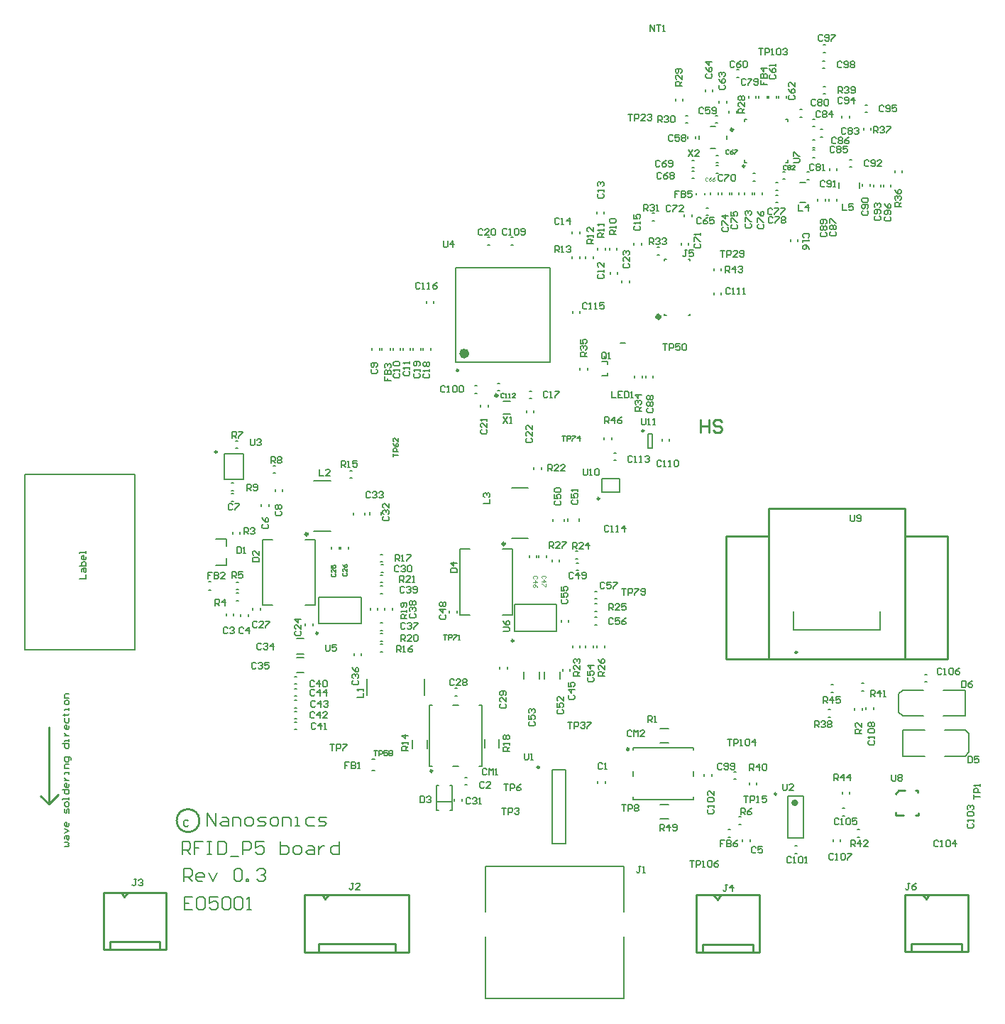
<source format=gto>
G04 Layer_Color=65535*
%FSLAX25Y25*%
%MOIN*%
G70*
G01*
G75*
%ADD62C,0.00787*%
%ADD63C,0.00800*%
%ADD65C,0.01968*%
%ADD67C,0.01181*%
%ADD71C,0.02362*%
%ADD72C,0.01575*%
%ADD74C,0.01000*%
%ADD114C,0.00984*%
%ADD115C,0.00394*%
%ADD116C,0.00598*%
%ADD117C,0.00600*%
%ADD118C,0.00500*%
%ADD119C,0.00400*%
%ADD120C,0.00591*%
D62*
X358566Y511615D02*
Y512796D01*
X363881Y511615D02*
Y512796D01*
X533263Y439764D02*
X534263D01*
X533263Y436221D02*
X534263D01*
X371460Y609441D02*
Y610441D01*
X367917Y609441D02*
Y610441D01*
X302759Y614067D02*
Y615067D01*
X299216Y614067D02*
Y615067D01*
X327050Y349488D02*
X392050D01*
X327050Y287480D02*
X392050D01*
X327050Y328169D02*
Y349488D01*
Y287480D02*
Y316791D01*
X392050Y287480D02*
Y316791D01*
Y328169D02*
Y349488D01*
X517424Y668643D02*
Y669643D01*
X513881Y668643D02*
Y669643D01*
X488586Y676320D02*
Y677320D01*
X492129Y676320D02*
Y677320D01*
X444885Y703386D02*
Y704386D01*
X441342Y703386D02*
Y704386D01*
X436716Y708013D02*
Y709013D01*
X440259Y708013D02*
Y709013D01*
X450875Y388032D02*
Y389032D01*
X454418Y388032D02*
Y389032D01*
X321846Y571752D02*
X322846D01*
X321846Y575295D02*
X322846D01*
X443499Y390551D02*
X444499D01*
X443499Y394094D02*
X444499D01*
X374005Y452402D02*
Y453402D01*
X377548Y452402D02*
Y453402D01*
X265245Y448563D02*
Y449563D01*
X268789Y448563D02*
Y449563D01*
X377562Y634933D02*
Y635933D01*
X374019Y634933D02*
Y635933D01*
X371263Y634933D02*
Y635933D01*
X367720Y634933D02*
Y635933D01*
X383271Y638870D02*
Y639870D01*
X379728Y638870D02*
Y639870D01*
X367720Y646646D02*
Y647646D01*
X371263Y646646D02*
Y647646D01*
X396755Y641331D02*
Y642331D01*
X400299Y641331D02*
Y642331D01*
X379236Y656095D02*
Y657094D01*
X382779Y656095D02*
Y657094D01*
X424019Y654520D02*
Y655520D01*
X420476Y654520D02*
Y655520D01*
X433764Y713229D02*
Y714228D01*
X430220Y713229D02*
Y714228D01*
X480705Y700442D02*
X481705D01*
X480705Y696899D02*
X481705D01*
X484445Y695619D02*
X485445D01*
X484445Y692076D02*
X485445D01*
X450594Y710276D02*
Y711276D01*
X454137Y710276D02*
Y711276D01*
X391046Y623713D02*
Y624713D01*
X394589Y623713D02*
Y624713D01*
X237284Y435185D02*
X238284D01*
X237284Y438729D02*
X238284D01*
X298316Y429870D02*
Y437744D01*
X271348Y429870D02*
Y437744D01*
X217608Y470118D02*
Y471118D01*
X221151Y470118D02*
Y471118D01*
X312580Y433315D02*
X313580D01*
X312580Y429771D02*
X313580D01*
X333750Y442165D02*
Y443165D01*
X337293Y442165D02*
Y443165D01*
X315836Y380256D02*
Y381256D01*
X312292Y380256D02*
Y381256D01*
X272529Y514714D02*
Y515895D01*
X277844Y514714D02*
Y515895D01*
X265049Y514615D02*
Y515796D01*
X270364Y514615D02*
Y515796D01*
X238375Y456542D02*
X241525D01*
X238375Y449457D02*
X241525D01*
X238375Y447783D02*
X241525D01*
X238375Y440697D02*
X241525D01*
X279616Y469921D02*
Y470921D01*
X283159Y469921D02*
Y470921D01*
X277540Y481149D02*
X278540D01*
X277540Y477606D02*
X278540D01*
X277540Y463826D02*
X278540D01*
X277540Y460283D02*
X278540D01*
X310029Y468641D02*
Y469641D01*
X313573Y468641D02*
Y469641D01*
X365639Y511760D02*
Y512941D01*
X370954Y511760D02*
Y512941D01*
X354813Y437744D02*
Y440894D01*
X361899Y437744D02*
Y440894D01*
X345069Y437744D02*
Y440894D01*
X352155Y437744D02*
Y440894D01*
X378229Y478787D02*
X379229D01*
X378229Y475244D02*
X379229D01*
X378230Y463039D02*
X379230D01*
X378230Y466583D02*
X379230D01*
X362588Y464311D02*
Y465310D01*
X366132Y464311D02*
Y465310D01*
X242313Y462736D02*
Y463736D01*
X245856Y462736D02*
Y463736D01*
X258257Y498662D02*
Y499661D01*
X254714Y498662D02*
Y499661D01*
X262686Y498661D02*
Y499661D01*
X259143Y498661D02*
Y499661D01*
X277836Y491287D02*
X278836D01*
X277836Y487744D02*
X278836D01*
X351085Y494677D02*
Y495678D01*
X347542Y494677D02*
Y495678D01*
X355515Y494677D02*
Y495678D01*
X351971Y494677D02*
Y495678D01*
X369568Y492075D02*
X370568D01*
X369568Y488532D02*
X370568D01*
X273612Y591870D02*
Y592870D01*
X277155Y591870D02*
Y592870D01*
X283553Y591968D02*
Y592968D01*
X287096Y591968D02*
Y592968D01*
X288173Y591969D02*
Y592969D01*
X291716Y591969D02*
Y592969D01*
X347732Y569193D02*
X348732D01*
X347732Y572737D02*
X348732D01*
X297786Y591969D02*
Y592969D01*
X301329Y591969D02*
Y592969D01*
X327948Y644882D02*
X328948D01*
X327948Y641339D02*
X328948D01*
X324609Y565248D02*
Y566248D01*
X328152Y565248D02*
Y566248D01*
X346263Y562492D02*
Y563492D01*
X349806Y562492D02*
Y563492D01*
X421953Y691181D02*
Y692181D01*
X425496Y691181D02*
Y692181D01*
X434937Y698473D02*
X435937D01*
X434937Y702017D02*
X435937D01*
X460142Y710276D02*
Y711276D01*
X463685Y710276D02*
Y711276D01*
X464768Y710276D02*
Y711276D01*
X468311Y710276D02*
Y711276D01*
X435260Y679880D02*
X436260D01*
X435260Y683424D02*
X436260D01*
X423913Y672587D02*
X424913D01*
X423913Y676131D02*
X424913D01*
X423913Y677509D02*
X424913D01*
X423913Y681052D02*
X424913D01*
X435232Y675048D02*
X436232D01*
X435232Y678591D02*
X436232D01*
X452267Y664903D02*
Y665903D01*
X448723Y664903D02*
Y665903D01*
X441539Y664902D02*
Y665903D01*
X437996Y664902D02*
Y665903D01*
X446065Y665001D02*
Y666001D01*
X442522Y665001D02*
Y666001D01*
X456991Y664903D02*
Y665903D01*
X453448Y664903D02*
Y665903D01*
X463282Y664722D02*
X464282D01*
X463282Y661178D02*
X464282D01*
X463283Y670618D02*
X464283D01*
X463283Y667075D02*
X464283D01*
X478146Y672095D02*
X479146D01*
X478146Y675639D02*
X479146D01*
X466630Y672193D02*
X467629D01*
X466630Y675737D02*
X467629D01*
X480704Y685973D02*
X481705D01*
X480704Y682430D02*
X481705D01*
X480802Y690599D02*
X481802D01*
X480802Y687055D02*
X481802D01*
X491834Y661851D02*
Y662851D01*
X488291Y661851D02*
Y662851D01*
X486519Y661851D02*
Y662851D01*
X482976Y661851D02*
Y662851D01*
X507582Y669036D02*
Y670036D01*
X504039Y669036D02*
Y670036D01*
X497928Y681445D02*
X498928D01*
X497928Y677902D02*
X498928D01*
X512799Y668544D02*
Y669544D01*
X509255Y668544D02*
Y669544D01*
X494394Y701122D02*
Y702122D01*
X497937Y701122D02*
Y702122D01*
X430704Y658708D02*
X431704D01*
X430704Y655165D02*
X431704D01*
X436224Y664902D02*
Y665902D01*
X432681Y664902D02*
Y665902D01*
X474602Y704870D02*
X475602D01*
X474602Y701327D02*
X475602D01*
X222234Y472291D02*
X226958D01*
X222234Y503000D02*
X226958D01*
X242312Y472291D02*
X247037D01*
X242312Y503000D02*
X247037D01*
X222234Y472291D02*
Y503000D01*
X247037Y472291D02*
Y503000D01*
X311210Y376131D02*
Y387548D01*
X304123Y376131D02*
Y387548D01*
Y379871D02*
X311210D01*
X304123Y376131D02*
X304911D01*
X304123Y387548D02*
X304911D01*
X310422D02*
X311210D01*
X310422Y376131D02*
X311210D01*
X339655Y467764D02*
Y498472D01*
X314852Y467764D02*
Y498472D01*
X334930D02*
X339655D01*
X334930Y467764D02*
X339655D01*
X314852Y498472D02*
X319576D01*
X314852Y467764D02*
X319576D01*
X474708Y661170D02*
X477464D01*
X474708Y670619D02*
X477464D01*
X502563Y667961D02*
Y670717D01*
X493114Y667961D02*
Y670717D01*
X277737Y496110D02*
X278737D01*
X277737Y492567D02*
X278737D01*
X276466Y469921D02*
Y470921D01*
X272923Y469921D02*
Y470921D01*
X277738Y482823D02*
X278738D01*
X277738Y486366D02*
X278738D01*
X369432Y497509D02*
X370432D01*
X369432Y493966D02*
X370432D01*
X378230Y469338D02*
X379230D01*
X378230Y472882D02*
X379230D01*
X299498Y404870D02*
Y409004D01*
X292805Y404870D02*
Y409004D01*
X333257Y405264D02*
Y409398D01*
X326564Y405264D02*
Y409398D01*
X277541Y453984D02*
X278541D01*
X277541Y450441D02*
X278541D01*
X277541Y455264D02*
X278541D01*
X277541Y458807D02*
X278541D01*
X371446Y452401D02*
Y453401D01*
X367903Y452401D02*
Y453401D01*
X379419Y452303D02*
Y453303D01*
X382962Y452303D02*
Y453303D01*
X263466Y535382D02*
X264466D01*
X263466Y531838D02*
X264466D01*
X420960Y698571D02*
X421960D01*
X420960Y702115D02*
X421960D01*
X452653Y671406D02*
X453653D01*
X452653Y674949D02*
X453653D01*
X519196Y675237D02*
Y676237D01*
X522740Y675237D02*
Y676237D01*
X504531Y695316D02*
Y696315D01*
X508074Y695316D02*
Y696315D01*
X488086Y419783D02*
X489086D01*
X488086Y423327D02*
X489086D01*
X485625Y715749D02*
X486625D01*
X485625Y712206D02*
X486625D01*
X419787Y708997D02*
Y709997D01*
X416244Y708997D02*
Y709997D01*
X407673Y636713D02*
X408673D01*
X407673Y640256D02*
X408673D01*
X405409Y652658D02*
X406409D01*
X405409Y656201D02*
X406409D01*
X268494Y463531D02*
Y476130D01*
X248809Y463531D02*
Y476130D01*
X268494D01*
X248809Y463531D02*
X268494D01*
X340738Y459988D02*
X360423D01*
X340738Y472586D02*
X360423D01*
X340738Y459988D02*
Y472586D01*
X360423Y459988D02*
Y472586D01*
X246348Y530756D02*
X254222D01*
X246348Y507134D02*
X254222D01*
X339163Y527311D02*
X347037D01*
X339163Y503689D02*
X347037D01*
X325186Y396799D02*
Y425145D01*
X324005D02*
X325186D01*
X324005Y396799D02*
X325186D01*
X300777D02*
X301958D01*
X300777Y425145D02*
X301958D01*
X300777Y396799D02*
Y425145D01*
X311801Y396799D02*
X314163D01*
X311801Y425145D02*
X314163D01*
X278434Y591878D02*
Y592862D01*
X282371Y591878D02*
Y592862D01*
X459157Y710284D02*
Y711268D01*
X455220Y710284D02*
Y711268D01*
X425890Y664812D02*
Y665796D01*
X429827Y664812D02*
Y665796D01*
X467917Y679969D02*
X469098D01*
Y681150D01*
Y699260D02*
Y700442D01*
X467917D02*
X469098D01*
X448626D02*
X449807D01*
X448626Y699260D02*
Y700442D01*
Y679969D02*
Y681150D01*
Y679969D02*
X449807D01*
X335436Y561811D02*
X338586D01*
X335436Y568110D02*
X338586D01*
X427366Y691091D02*
Y692666D01*
X432681Y696997D02*
X435043D01*
X432681Y686761D02*
X435043D01*
X440358Y691091D02*
Y692666D01*
X379727Y388575D02*
Y389575D01*
X383271Y388575D02*
Y389575D01*
X317304Y387843D02*
X318304D01*
X317304Y391386D02*
X318304D01*
X208749Y467166D02*
Y468166D01*
X205206Y467166D02*
Y468166D01*
X215541Y467067D02*
Y468067D01*
X211998Y467067D02*
Y468067D01*
X447627Y361359D02*
Y362359D01*
X451170Y361359D02*
Y362359D01*
X221755Y518693D02*
Y519693D01*
X225298Y518693D02*
Y519693D01*
X207757Y521012D02*
X208757D01*
X207757Y524556D02*
X208757D01*
X231781Y525630D02*
Y526630D01*
X228238Y525630D02*
Y526630D01*
X296545Y591969D02*
Y592969D01*
X293001Y591969D02*
Y592969D01*
X237284Y413827D02*
X238284D01*
X237284Y417371D02*
X238284D01*
X237284Y418847D02*
X238284D01*
X237284Y422390D02*
X238284D01*
X237284Y424063D02*
X238284D01*
X237284Y427607D02*
X238284D01*
X237284Y429477D02*
X238284D01*
X237284Y433020D02*
X238284D01*
X363178Y441281D02*
Y442281D01*
X366721Y441281D02*
Y442281D01*
X444976Y723474D02*
X445976D01*
X444976Y719930D02*
X445976D01*
X402154Y579076D02*
Y580076D01*
X405698Y579076D02*
Y580076D01*
X505311Y707087D02*
X506311D01*
X505311Y703544D02*
X506311D01*
X200285Y503139D02*
X205206D01*
Y499851D02*
Y503139D01*
X200285Y490855D02*
X205206D01*
Y494143D01*
X273808Y394733D02*
X274989D01*
X273808Y400048D02*
X274989D01*
X197037Y479280D02*
X198021D01*
X197037Y483217D02*
X198021D01*
X440836Y367076D02*
X441820D01*
X440836Y363139D02*
X441820D01*
X423147Y608223D02*
Y608990D01*
X411139Y608223D02*
Y608990D01*
Y633951D02*
Y634719D01*
X423147Y633951D02*
Y634719D01*
X422379Y608223D02*
X423147D01*
X411139D02*
X411907D01*
X411139Y634719D02*
X411907D01*
X422379D02*
X423147D01*
X390344Y595422D02*
X392706D01*
X384438Y579871D02*
Y581150D01*
X381682Y579871D02*
X384438D01*
Y585284D02*
Y586564D01*
X381682D02*
X384438D01*
X209824Y477804D02*
X210824D01*
X209824Y474261D02*
X210824D01*
X209922Y479477D02*
X210922D01*
X209922Y483020D02*
X210922D01*
X445946Y369339D02*
X446946D01*
X445946Y372883D02*
X446946D01*
X209529Y545914D02*
X210529D01*
X209529Y549458D02*
X210529D01*
X227456Y534154D02*
X228456D01*
X227456Y537697D02*
X228456D01*
X207757Y525934D02*
X208757D01*
X207757Y529477D02*
X208757D01*
X361702Y492757D02*
Y493757D01*
X358159Y492757D02*
Y493757D01*
X400580Y579076D02*
Y580076D01*
X397037Y579076D02*
Y580076D01*
X374891Y582717D02*
Y583717D01*
X371348Y582717D02*
Y583717D01*
X204222Y531150D02*
X213277D01*
X204222Y543355D02*
X213277D01*
Y531150D02*
Y543355D01*
X204222Y531150D02*
Y543355D01*
X485427Y727757D02*
X486427D01*
X485427Y724214D02*
X486427D01*
X485624Y735139D02*
X486624D01*
X485624Y731596D02*
X486624D01*
X358271Y360295D02*
Y394941D01*
X364570Y360295D02*
Y394941D01*
X358271D02*
X364570D01*
X358271Y360295D02*
X364570D01*
X389078Y627748D02*
Y628748D01*
X385534Y627748D02*
Y628748D01*
X512444Y460512D02*
Y469370D01*
X471499Y460512D02*
X512444D01*
X471499D02*
Y469370D01*
X408861Y371949D02*
X412995D01*
X408861Y378642D02*
X412995D01*
X489169Y434842D02*
X490169D01*
X489169Y431299D02*
X490169D01*
X494491Y383555D02*
Y384555D01*
X498035Y383555D02*
Y384555D01*
X501570Y366929D02*
X502570D01*
X501570Y363386D02*
X502570D01*
X503637Y431988D02*
X504637D01*
X503637Y435532D02*
X504637D01*
X503842Y423122D02*
Y424122D01*
X500299Y423122D02*
Y424122D01*
X408960Y407776D02*
X413094D01*
X408960Y414468D02*
X413094D01*
X424511Y392028D02*
Y394390D01*
X396165Y392028D02*
Y394390D01*
Y405413D02*
X424511D01*
Y404232D02*
Y405413D01*
X396165Y404232D02*
Y405413D01*
Y381004D02*
Y382185D01*
X424511Y381004D02*
Y382185D01*
X396165Y381004D02*
X424511D01*
X505712Y423220D02*
Y424221D01*
X509255Y423220D02*
Y424221D01*
X493704Y361311D02*
Y362311D01*
X490160Y361311D02*
Y362311D01*
X494779Y376969D02*
X495779D01*
X494779Y373425D02*
X495779D01*
X429629Y392020D02*
Y393020D01*
X433172Y392020D02*
Y393020D01*
X472240Y359154D02*
X473240D01*
X472240Y355611D02*
X473240D01*
X469084Y362942D02*
X476170D01*
X469084Y382627D02*
X476170D01*
Y362942D02*
Y382627D01*
X469084Y362942D02*
Y382627D01*
X338972Y644980D02*
X339972D01*
X338972Y641437D02*
X339972D01*
X409846Y549303D02*
Y550303D01*
X413389Y549303D02*
Y550303D01*
X434256Y618004D02*
Y619004D01*
X437799Y618004D02*
Y619004D01*
X332771Y572835D02*
X333771D01*
X332771Y576378D02*
X333771D01*
X387397Y540158D02*
X388397D01*
X387397Y543701D02*
X388397D01*
X437798Y629323D02*
Y630323D01*
X434255Y629323D02*
Y630323D01*
X382779Y549992D02*
Y550992D01*
X386322Y549992D02*
Y550992D01*
X405220Y546063D02*
Y552756D01*
X403251Y546063D02*
Y552756D01*
Y546063D02*
X405220D01*
X403251Y552756D02*
X405220D01*
X388783Y639067D02*
Y640067D01*
X385239Y639067D02*
Y640067D01*
X473724Y642807D02*
Y643807D01*
X470180Y642807D02*
Y643807D01*
X381598Y525394D02*
X389865D01*
X381598Y531693D02*
X389865D01*
X381598Y525394D02*
Y531693D01*
X389865Y525394D02*
Y531693D01*
X349793Y535964D02*
Y536964D01*
X353336Y535964D02*
Y536964D01*
X211800Y505650D02*
Y506650D01*
X208257Y505650D02*
Y506650D01*
X313080Y586464D02*
X357175D01*
X313080Y630559D02*
X357175D01*
X313080Y586464D02*
Y630559D01*
X357175Y586464D02*
Y630559D01*
X422445Y641280D02*
Y642280D01*
X418901Y641280D02*
Y642280D01*
X552169Y420177D02*
Y432382D01*
X521066Y430610D02*
X522838Y432382D01*
X521066Y421949D02*
X522838Y420177D01*
X521066Y421949D02*
Y430610D01*
X541932Y432382D02*
X552169D01*
X541932Y420177D02*
X552169D01*
X522838D02*
X532483D01*
X522838Y432382D02*
X532483D01*
X522936Y401378D02*
Y413583D01*
X552267Y401378D02*
X554039Y403150D01*
X552267Y413583D02*
X554039Y411811D01*
Y403150D02*
Y411811D01*
X522936Y401378D02*
X533173D01*
X522936Y413583D02*
X533173D01*
X542621D02*
X552267D01*
X542621Y401378D02*
X552267D01*
X189456Y335184D02*
X185521D01*
Y329280D01*
X189456D01*
X185521Y332232D02*
X187489D01*
X191424Y334200D02*
X192408Y335184D01*
X194376D01*
X195360Y334200D01*
Y330264D01*
X194376Y329280D01*
X192408D01*
X191424Y330264D01*
Y334200D01*
X201264Y335184D02*
X197328D01*
Y332232D01*
X199296Y333216D01*
X200280D01*
X201264Y332232D01*
Y330264D01*
X200280Y329280D01*
X198312D01*
X197328Y330264D01*
X203232Y334200D02*
X204216Y335184D01*
X206183D01*
X207167Y334200D01*
Y330264D01*
X206183Y329280D01*
X204216D01*
X203232Y330264D01*
Y334200D01*
X209135D02*
X210119Y335184D01*
X212087D01*
X213071Y334200D01*
Y330264D01*
X212087Y329280D01*
X210119D01*
X209135Y330264D01*
Y334200D01*
X215039Y329280D02*
X217007D01*
X216023D01*
Y335184D01*
X215039Y334200D01*
X196348Y368749D02*
Y374652D01*
X200283Y368749D01*
Y374652D01*
X203235Y372685D02*
X205203D01*
X206187Y371701D01*
Y368749D01*
X203235D01*
X202251Y369733D01*
X203235Y370717D01*
X206187D01*
X208155Y368749D02*
Y372685D01*
X211107D01*
X212090Y371701D01*
Y368749D01*
X215042D02*
X217010D01*
X217994Y369733D01*
Y371701D01*
X217010Y372685D01*
X215042D01*
X214058Y371701D01*
Y369733D01*
X215042Y368749D01*
X219962D02*
X222914D01*
X223898Y369733D01*
X222914Y370717D01*
X220946D01*
X219962Y371701D01*
X220946Y372685D01*
X223898D01*
X226850Y368749D02*
X228817D01*
X229801Y369733D01*
Y371701D01*
X228817Y372685D01*
X226850D01*
X225866Y371701D01*
Y369733D01*
X226850Y368749D01*
X231769D02*
Y372685D01*
X234721D01*
X235705Y371701D01*
Y368749D01*
X237673D02*
X239641D01*
X238657D01*
Y372685D01*
X237673D01*
X246528D02*
X243576D01*
X242592Y371701D01*
Y369733D01*
X243576Y368749D01*
X246528D01*
X248496D02*
X251448D01*
X252432Y369733D01*
X251448Y370717D01*
X249480D01*
X248496Y371701D01*
X249480Y372685D01*
X252432D01*
X184537Y355363D02*
Y361267D01*
X187488D01*
X188472Y360283D01*
Y358315D01*
X187488Y357331D01*
X184537D01*
X186504D02*
X188472Y355363D01*
X194376Y361267D02*
X190440D01*
Y358315D01*
X192408D01*
X190440D01*
Y355363D01*
X196344Y361267D02*
X198312D01*
X197328D01*
Y355363D01*
X196344D01*
X198312D01*
X201263Y361267D02*
Y355363D01*
X204215D01*
X205199Y356347D01*
Y360283D01*
X204215Y361267D01*
X201263D01*
X207167Y354379D02*
X211103D01*
X213071Y355363D02*
Y361267D01*
X216022D01*
X217006Y360283D01*
Y358315D01*
X216022Y357331D01*
X213071D01*
X222910Y361267D02*
X218974D01*
Y358315D01*
X220942Y359299D01*
X221926D01*
X222910Y358315D01*
Y356347D01*
X221926Y355363D01*
X219958D01*
X218974Y356347D01*
X230781Y361267D02*
Y355363D01*
X233733D01*
X234717Y356347D01*
Y357331D01*
Y358315D01*
X233733Y359299D01*
X230781D01*
X237669Y355363D02*
X239637D01*
X240621Y356347D01*
Y358315D01*
X239637Y359299D01*
X237669D01*
X236685Y358315D01*
Y356347D01*
X237669Y355363D01*
X243572Y359299D02*
X245540D01*
X246524Y358315D01*
Y355363D01*
X243572D01*
X242589Y356347D01*
X243572Y357331D01*
X246524D01*
X248492Y359299D02*
Y355363D01*
Y357331D01*
X249476Y358315D01*
X250460Y359299D01*
X251444D01*
X258331Y361267D02*
Y355363D01*
X255380D01*
X254396Y356347D01*
Y358315D01*
X255380Y359299D01*
X258331D01*
X185225Y342765D02*
Y348668D01*
X188177D01*
X189161Y347684D01*
Y345716D01*
X188177Y344732D01*
X185225D01*
X187193D02*
X189161Y342765D01*
X194081D02*
X192113D01*
X191129Y343748D01*
Y345716D01*
X192113Y346700D01*
X194081D01*
X195065Y345716D01*
Y344732D01*
X191129D01*
X197033Y346700D02*
X199001Y342765D01*
X200968Y346700D01*
X208840Y347684D02*
X209824Y348668D01*
X211792D01*
X212776Y347684D01*
Y343748D01*
X211792Y342765D01*
X209824D01*
X208840Y343748D01*
Y347684D01*
X214743Y342765D02*
Y343748D01*
X215727D01*
Y342765D01*
X214743D01*
X219663Y347684D02*
X220647Y348668D01*
X222615D01*
X223599Y347684D01*
Y346700D01*
X222615Y345716D01*
X221631D01*
X222615D01*
X223599Y344732D01*
Y343748D01*
X222615Y342765D01*
X220647D01*
X219663Y343748D01*
D63*
X162194Y451426D02*
Y533611D01*
X110619D02*
X141328D01*
X110619Y451328D02*
Y533611D01*
Y451328D02*
X161997D01*
X141328Y533611D02*
X162194D01*
X404191Y741606D02*
Y744605D01*
X406190Y741606D01*
Y744605D01*
X407190D02*
X409189D01*
X408190D01*
Y741606D01*
X410189D02*
X411189D01*
X410689D01*
Y744605D01*
X410189Y744105D01*
D65*
X408777Y607593D02*
G03*
X408777Y607593I-591J0D01*
G01*
D67*
X243494Y505559D02*
G03*
X243494Y505559I-591J0D01*
G01*
X336112Y501031D02*
G03*
X336112Y501031I-591J0D01*
G01*
X301958Y394437D02*
G03*
X301958Y394437I-394J0D01*
G01*
X332680Y570669D02*
G03*
X332680Y570669I-591J0D01*
G01*
X443277Y695422D02*
G03*
X443277Y695422I-557J0D01*
G01*
X394196Y404626D02*
G03*
X394196Y404626I-394J0D01*
G01*
D71*
X318198Y590401D02*
G03*
X318198Y590401I-1181J0D01*
G01*
D72*
X473021Y379477D02*
G03*
X473021Y379477I-787J0D01*
G01*
D74*
X192647Y371111D02*
G03*
X192647Y371111I-5355J0D01*
G01*
X530220Y373721D02*
Y374606D01*
X530023Y384252D02*
Y385236D01*
X519491Y373524D02*
Y374803D01*
X529039Y385236D02*
X530023D01*
X529039Y373721D02*
X530220D01*
X521066Y385236D02*
X523822D01*
X519491Y373524D02*
X523428D01*
X519491Y383661D02*
X521066Y385236D01*
X459846Y517717D02*
X523920D01*
X459846Y503937D02*
Y517717D01*
X523920Y504528D02*
Y517717D01*
X440161Y504528D02*
X459846D01*
X523920D02*
X543901D01*
X543999Y446949D02*
Y504528D01*
X440062Y446949D02*
Y504528D01*
X526283Y446949D02*
X543999D01*
X440062Y446949D02*
X458468D01*
X459846Y447047D02*
Y504528D01*
X523920Y447146D02*
Y504528D01*
X458468Y446949D02*
X526283Y446949D01*
X150692Y314173D02*
X173921D01*
X174117Y310630D02*
Y314173D01*
X150495Y310630D02*
Y314173D01*
X177070Y310630D02*
Y337402D01*
X147543D02*
X177070D01*
X147543Y310630D02*
X177070D01*
X157385Y335138D02*
X158885Y337138D01*
X155885D02*
X157385Y335138D01*
X147542Y310630D02*
Y337402D01*
X429236Y312992D02*
X452464D01*
X452661Y309449D02*
Y312992D01*
X429039Y309449D02*
Y312992D01*
X455613Y309449D02*
Y336221D01*
X426086D02*
X455613D01*
X426086Y309449D02*
X455613D01*
X435928Y333957D02*
X437428Y335957D01*
X434428D02*
X435928Y333957D01*
X426086Y309449D02*
Y336221D01*
X291145Y309449D02*
Y336221D01*
X241932D02*
X291145D01*
X241932Y309449D02*
X291145D01*
X284539D02*
Y313236D01*
X248625Y313335D02*
X284452D01*
X251775Y334154D02*
X253275Y336154D01*
X250275D02*
X251775Y334154D01*
X241932Y309449D02*
Y336221D01*
X248538Y309449D02*
Y313236D01*
X527267Y313189D02*
X550495D01*
X550692Y309646D02*
Y313189D01*
X527070Y309646D02*
Y313189D01*
X553645Y309646D02*
Y336417D01*
X524117D02*
X553645D01*
X524117Y309646D02*
X553645D01*
X533960Y334154D02*
X535460Y336154D01*
X532460D02*
X533960Y334154D01*
X524117Y309646D02*
Y336417D01*
X121854Y379035D02*
Y415059D01*
Y379035D02*
X126184Y383366D01*
X118113Y382776D02*
X121854Y379035D01*
X427956Y559246D02*
Y553248D01*
Y556247D01*
X431955D01*
Y559246D01*
Y553248D01*
X437953Y558246D02*
X436953Y559246D01*
X434954D01*
X433954Y558246D01*
Y557247D01*
X434954Y556247D01*
X436953D01*
X437953Y555247D01*
Y554248D01*
X436953Y553248D01*
X434954D01*
X433954Y554248D01*
D114*
X248297Y459102D02*
G03*
X248297Y459102I-492J0D01*
G01*
X340226Y455559D02*
G03*
X340226Y455559I-492J0D01*
G01*
X448744Y678347D02*
G03*
X448744Y678347I-492J0D01*
G01*
X200875Y544143D02*
G03*
X200875Y544143I-492J0D01*
G01*
X352267Y396161D02*
G03*
X352267Y396161I-492J0D01*
G01*
X473428Y450079D02*
G03*
X473428Y450079I-492J0D01*
G01*
X463670Y383631D02*
G03*
X463670Y383631I-492J0D01*
G01*
X401381Y554134D02*
G03*
X401381Y554134I-492J0D01*
G01*
X380515Y522244D02*
G03*
X380515Y522244I-492J0D01*
G01*
X314261Y582429D02*
G03*
X314261Y582429I-492J0D01*
G01*
D115*
X325186Y396799D02*
Y425145D01*
Y396799D02*
Y425145D01*
X300777Y396799D02*
Y425145D01*
Y396799D02*
Y425145D01*
X396165Y405413D02*
X424511D01*
X396165D02*
X424511D01*
X396165Y381004D02*
X424511D01*
X396165D02*
X424511D01*
X350954Y484613D02*
X351282Y484941D01*
Y485597D01*
X350954Y485925D01*
X349642D01*
X349314Y485597D01*
Y484941D01*
X349642Y484613D01*
X349314Y482973D02*
X351282D01*
X350298Y483957D01*
Y482645D01*
X351282Y480678D02*
X350954Y481333D01*
X350298Y481989D01*
X349642D01*
X349314Y481662D01*
Y481006D01*
X349642Y480678D01*
X349970D01*
X350298Y481006D01*
Y481989D01*
X355088Y484810D02*
X355416Y485138D01*
Y485794D01*
X355088Y486122D01*
X353776D01*
X353448Y485794D01*
Y485138D01*
X353776Y484810D01*
X353448Y483170D02*
X355416D01*
X354432Y484154D01*
Y482842D01*
X355416Y482186D02*
Y480874D01*
X355088D01*
X353776Y482186D01*
X353448D01*
D116*
X517686Y392713D02*
Y390213D01*
X518186Y389714D01*
X519186D01*
X519686Y390213D01*
Y392713D01*
X520685Y392213D02*
X521185Y392713D01*
X522185D01*
X522685Y392213D01*
Y391713D01*
X522185Y391213D01*
X522685Y390713D01*
Y390213D01*
X522185Y389714D01*
X521185D01*
X520685Y390213D01*
Y390713D01*
X521185Y391213D01*
X520685Y391713D01*
Y392213D01*
X521185Y391213D02*
X522185D01*
D117*
X359906Y521291D02*
X359406Y520791D01*
Y519791D01*
X359906Y519291D01*
X361905D01*
X362405Y519791D01*
Y520791D01*
X361905Y521291D01*
X359406Y524290D02*
Y522290D01*
X360905D01*
X360405Y523290D01*
Y523790D01*
X360905Y524290D01*
X361905D01*
X362405Y523790D01*
Y522790D01*
X361905Y522290D01*
X359906Y525289D02*
X359406Y525789D01*
Y526789D01*
X359906Y527289D01*
X361905D01*
X362405Y526789D01*
Y525789D01*
X361905Y525289D01*
X359906D01*
X541176Y442263D02*
X540676Y442763D01*
X539676D01*
X539176Y442263D01*
Y440264D01*
X539676Y439764D01*
X540676D01*
X541176Y440264D01*
X542175Y439764D02*
X543175D01*
X542675D01*
Y442763D01*
X542175Y442263D01*
X544675D02*
X545175Y442763D01*
X546174D01*
X546674Y442263D01*
Y440264D01*
X546174Y439764D01*
X545175D01*
X544675Y440264D01*
Y442263D01*
X549673Y442763D02*
X548673Y442263D01*
X547674Y441263D01*
Y440264D01*
X548174Y439764D01*
X549173D01*
X549673Y440264D01*
Y440764D01*
X549173Y441263D01*
X547674D01*
X498428Y514613D02*
Y512114D01*
X498928Y511614D01*
X499928D01*
X500428Y512114D01*
Y514613D01*
X501427Y512114D02*
X501927Y511614D01*
X502927D01*
X503427Y512114D01*
Y514113D01*
X502927Y514613D01*
X501927D01*
X501427Y514113D01*
Y513614D01*
X501927Y513114D01*
X503427D01*
X556355Y381201D02*
Y383200D01*
Y382201D01*
X559354D01*
Y384200D02*
X556355D01*
Y385699D01*
X556854Y386199D01*
X557854D01*
X558354Y385699D01*
Y384200D01*
X559354Y387199D02*
Y388198D01*
Y387699D01*
X556355D01*
X556854Y387199D01*
X408960Y366437D02*
Y369436D01*
X410459D01*
X410959Y368936D01*
Y367936D01*
X410459Y367437D01*
X408960D01*
X409960D02*
X410959Y366437D01*
X413458D02*
Y369436D01*
X411959Y367936D01*
X413958D01*
X414958Y366937D02*
X415458Y366437D01*
X416457D01*
X416957Y366937D01*
Y368936D01*
X416457Y369436D01*
X415458D01*
X414958Y368936D01*
Y368436D01*
X415458Y367936D01*
X416957D01*
X485633Y426279D02*
Y429279D01*
X487133D01*
X487632Y428779D01*
Y427779D01*
X487133Y427279D01*
X485633D01*
X486633D02*
X487632Y426279D01*
X490132D02*
Y429279D01*
X488632Y427779D01*
X490631D01*
X493631Y429279D02*
X491631D01*
Y427779D01*
X492631Y428279D01*
X493131D01*
X493631Y427779D01*
Y426779D01*
X493131Y426279D01*
X492131D01*
X491631Y426779D01*
X490751Y389862D02*
Y392861D01*
X492251D01*
X492751Y392361D01*
Y391362D01*
X492251Y390862D01*
X490751D01*
X491751D02*
X492751Y389862D01*
X495250D02*
Y392861D01*
X493750Y391362D01*
X495750D01*
X498249Y389862D02*
Y392861D01*
X496749Y391362D01*
X498749D01*
X498625Y358858D02*
Y361857D01*
X500125D01*
X500625Y361357D01*
Y360358D01*
X500125Y359858D01*
X498625D01*
X499625D02*
X500625Y358858D01*
X503124D02*
Y361857D01*
X501624Y360358D01*
X503624D01*
X506623Y358858D02*
X504623D01*
X506623Y360858D01*
Y361357D01*
X506123Y361857D01*
X505123D01*
X504623Y361357D01*
X507877Y429429D02*
Y432428D01*
X509377D01*
X509877Y431928D01*
Y430929D01*
X509377Y430429D01*
X507877D01*
X508877D02*
X509877Y429429D01*
X512376D02*
Y432428D01*
X510876Y430929D01*
X512876D01*
X513875Y429429D02*
X514875D01*
X514375D01*
Y432428D01*
X513875Y431928D01*
X503546Y412008D02*
X500548D01*
Y413507D01*
X501047Y414007D01*
X502047D01*
X502547Y413507D01*
Y412008D01*
Y413008D02*
X503546Y414007D01*
Y417006D02*
Y415007D01*
X501547Y417006D01*
X501047D01*
X500548Y416506D01*
Y415507D01*
X501047Y415007D01*
X403168Y417461D02*
Y420460D01*
X404668D01*
X405167Y419960D01*
Y418960D01*
X404668Y418461D01*
X403168D01*
X404168D02*
X405167Y417461D01*
X406167D02*
X407167D01*
X406667D01*
Y420460D01*
X406167Y419960D01*
X526182Y341697D02*
X525182D01*
X525682D01*
Y339198D01*
X525182Y338698D01*
X524682D01*
X524182Y339198D01*
X529181Y341697D02*
X528181Y341197D01*
X527181Y340197D01*
Y339198D01*
X527681Y338698D01*
X528681D01*
X529181Y339198D01*
Y339698D01*
X528681Y340197D01*
X527181D01*
X550692Y436759D02*
Y433760D01*
X552192D01*
X552692Y434260D01*
Y436259D01*
X552192Y436759D01*
X550692D01*
X555690D02*
X554691Y436259D01*
X553691Y435259D01*
Y434260D01*
X554191Y433760D01*
X555191D01*
X555690Y434260D01*
Y434760D01*
X555191Y435259D01*
X553691D01*
X553546Y401227D02*
Y398228D01*
X555046D01*
X555546Y398728D01*
Y400728D01*
X555046Y401227D01*
X553546D01*
X558545D02*
X556545D01*
Y399728D01*
X557545Y400228D01*
X558045D01*
X558545Y399728D01*
Y398728D01*
X558045Y398228D01*
X557045D01*
X556545Y398728D01*
X395802Y413129D02*
X395302Y413629D01*
X394302D01*
X393802Y413129D01*
Y411130D01*
X394302Y410630D01*
X395302D01*
X395802Y411130D01*
X396801Y410630D02*
Y413629D01*
X397801Y412629D01*
X398801Y413629D01*
Y410630D01*
X401800D02*
X399800D01*
X401800Y412629D01*
Y413129D01*
X401300Y413629D01*
X400300D01*
X399800Y413129D01*
X507150Y408692D02*
X506650Y408192D01*
Y407193D01*
X507150Y406693D01*
X509149D01*
X509649Y407193D01*
Y408192D01*
X509149Y408692D01*
X509649Y409692D02*
Y410692D01*
Y410192D01*
X506650D01*
X507150Y409692D01*
Y412191D02*
X506650Y412691D01*
Y413691D01*
X507150Y414190D01*
X509149D01*
X509649Y413691D01*
Y412691D01*
X509149Y412191D01*
X507150D01*
Y415190D02*
X506650Y415690D01*
Y416690D01*
X507150Y417190D01*
X507650D01*
X508149Y416690D01*
X508649Y417190D01*
X509149D01*
X509649Y416690D01*
Y415690D01*
X509149Y415190D01*
X508649D01*
X508149Y415690D01*
X507650Y415190D01*
X507150D01*
X508149Y415690D02*
Y416690D01*
X490388Y355255D02*
X489888Y355755D01*
X488889D01*
X488389Y355255D01*
Y353256D01*
X488889Y352756D01*
X489888D01*
X490388Y353256D01*
X491388Y352756D02*
X492388D01*
X491888D01*
Y355755D01*
X491388Y355255D01*
X493887D02*
X494387Y355755D01*
X495387D01*
X495887Y355255D01*
Y353256D01*
X495387Y352756D01*
X494387D01*
X493887Y353256D01*
Y355255D01*
X496886Y355755D02*
X498886D01*
Y355255D01*
X496886Y353256D01*
Y352756D01*
X492849Y371791D02*
X492349Y372290D01*
X491350D01*
X490850Y371791D01*
Y369791D01*
X491350Y369291D01*
X492349D01*
X492849Y369791D01*
X493849Y369291D02*
X494848D01*
X494348D01*
Y372290D01*
X493849Y371791D01*
X496348D02*
X496848Y372290D01*
X497847D01*
X498347Y371791D01*
Y369791D01*
X497847Y369291D01*
X496848D01*
X496348Y369791D01*
Y371791D01*
X501346Y372290D02*
X499347D01*
Y370791D01*
X500347Y371291D01*
X500846D01*
X501346Y370791D01*
Y369791D01*
X500846Y369291D01*
X499847D01*
X499347Y369791D01*
X539699Y361456D02*
X539200Y361956D01*
X538200D01*
X537700Y361456D01*
Y359456D01*
X538200Y358957D01*
X539200D01*
X539699Y359456D01*
X540699Y358957D02*
X541699D01*
X541199D01*
Y361956D01*
X540699Y361456D01*
X543198D02*
X543698Y361956D01*
X544698D01*
X545198Y361456D01*
Y359456D01*
X544698Y358957D01*
X543698D01*
X543198Y359456D01*
Y361456D01*
X547697Y358957D02*
Y361956D01*
X546197Y360456D01*
X548197D01*
X553705Y369716D02*
X553205Y369216D01*
Y368216D01*
X553705Y367717D01*
X555704D01*
X556204Y368216D01*
Y369216D01*
X555704Y369716D01*
X556204Y370716D02*
Y371715D01*
Y371215D01*
X553205D01*
X553705Y370716D01*
Y373215D02*
X553205Y373715D01*
Y374714D01*
X553705Y375214D01*
X555704D01*
X556204Y374714D01*
Y373715D01*
X555704Y373215D01*
X553705D01*
Y376214D02*
X553205Y376714D01*
Y377713D01*
X553705Y378213D01*
X554205D01*
X554704Y377713D01*
Y377214D01*
Y377713D01*
X555204Y378213D01*
X555704D01*
X556204Y377713D01*
Y376714D01*
X555704Y376214D01*
X431657Y376409D02*
X431157Y375909D01*
Y374910D01*
X431657Y374410D01*
X433657D01*
X434156Y374910D01*
Y375909D01*
X433657Y376409D01*
X434156Y377409D02*
Y378409D01*
Y377909D01*
X431157D01*
X431657Y377409D01*
Y379908D02*
X431157Y380408D01*
Y381407D01*
X431657Y381907D01*
X433657D01*
X434156Y381407D01*
Y380408D01*
X433657Y379908D01*
X431657D01*
X434156Y384906D02*
Y382907D01*
X432157Y384906D01*
X431657D01*
X431157Y384406D01*
Y383407D01*
X431657Y382907D01*
X470506Y353680D02*
X470007Y354180D01*
X469007D01*
X468507Y353680D01*
Y351681D01*
X469007Y351181D01*
X470007D01*
X470506Y351681D01*
X471506Y351181D02*
X472506D01*
X472006D01*
Y354180D01*
X471506Y353680D01*
X474005D02*
X474505Y354180D01*
X475505D01*
X476005Y353680D01*
Y351681D01*
X475505Y351181D01*
X474505D01*
X474005Y351681D01*
Y353680D01*
X477004Y351181D02*
X478004D01*
X477504D01*
Y354180D01*
X477004Y353680D01*
X514827Y654606D02*
X514327Y654107D01*
Y653107D01*
X514827Y652607D01*
X516826D01*
X517326Y653107D01*
Y654107D01*
X516826Y654606D01*
Y655606D02*
X517326Y656106D01*
Y657106D01*
X516826Y657606D01*
X514827D01*
X514327Y657106D01*
Y656106D01*
X514827Y655606D01*
X515327D01*
X515827Y656106D01*
Y657606D01*
X514327Y660605D02*
X514827Y659605D01*
X515827Y658605D01*
X516826D01*
X517326Y659105D01*
Y660105D01*
X516826Y660605D01*
X516326D01*
X515827Y660105D01*
Y658605D01*
X163121Y343550D02*
X162122D01*
X162622D01*
Y341051D01*
X162122Y340551D01*
X161622D01*
X161122Y341051D01*
X164121Y343050D02*
X164621Y343550D01*
X165621D01*
X166120Y343050D01*
Y342550D01*
X165621Y342051D01*
X165121D01*
X165621D01*
X166120Y341551D01*
Y341051D01*
X165621Y340551D01*
X164621D01*
X164121Y341051D01*
X451072Y394733D02*
Y397732D01*
X452571D01*
X453071Y397232D01*
Y396233D01*
X452571Y395733D01*
X451072D01*
X452072D02*
X453071Y394733D01*
X455571D02*
Y397732D01*
X454071Y396233D01*
X456070D01*
X457070Y397232D02*
X457570Y397732D01*
X458569D01*
X459069Y397232D01*
Y395233D01*
X458569Y394733D01*
X457570D01*
X457070Y395233D01*
Y397232D01*
X308105Y574645D02*
X307605Y575145D01*
X306606D01*
X306106Y574645D01*
Y572646D01*
X306606Y572146D01*
X307605D01*
X308105Y572646D01*
X309105Y572146D02*
X310105D01*
X309605D01*
Y575145D01*
X309105Y574645D01*
X311604D02*
X312104Y575145D01*
X313104D01*
X313603Y574645D01*
Y572646D01*
X313104Y572146D01*
X312104D01*
X311604Y572646D01*
Y574645D01*
X314603D02*
X315103Y575145D01*
X316103D01*
X316602Y574645D01*
Y572646D01*
X316103Y572146D01*
X315103D01*
X314603Y572646D01*
Y574645D01*
X438026Y397480D02*
X437526Y397979D01*
X436527D01*
X436027Y397480D01*
Y395480D01*
X436527Y394980D01*
X437526D01*
X438026Y395480D01*
X439026D02*
X439526Y394980D01*
X440525D01*
X441025Y395480D01*
Y397480D01*
X440525Y397979D01*
X439526D01*
X439026Y397480D01*
Y396980D01*
X439526Y396480D01*
X441025D01*
X442025Y395480D02*
X442525Y394980D01*
X443524D01*
X444024Y395480D01*
Y397480D01*
X443524Y397979D01*
X442525D01*
X442025Y397480D01*
Y396980D01*
X442525Y396480D01*
X444024D01*
X375443Y438465D02*
X374943Y437965D01*
Y436965D01*
X375443Y436465D01*
X377442D01*
X377942Y436965D01*
Y437965D01*
X377442Y438465D01*
X374943Y441464D02*
Y439464D01*
X376443D01*
X375943Y440464D01*
Y440964D01*
X376443Y441464D01*
X377442D01*
X377942Y440964D01*
Y439964D01*
X377442Y439464D01*
X377942Y443963D02*
X374943D01*
X376443Y442463D01*
Y444463D01*
X264911Y436890D02*
X264411Y436390D01*
Y435390D01*
X264911Y434891D01*
X266911D01*
X267411Y435390D01*
Y436390D01*
X266911Y436890D01*
X264911Y437890D02*
X264411Y438389D01*
Y439389D01*
X264911Y439889D01*
X265411D01*
X265911Y439389D01*
Y438889D01*
Y439389D01*
X266411Y439889D01*
X266911D01*
X267411Y439389D01*
Y438389D01*
X266911Y437890D01*
X264411Y442888D02*
X264911Y441888D01*
X265911Y440889D01*
X266911D01*
X267411Y441389D01*
Y442388D01*
X266911Y442888D01*
X266411D01*
X265911Y442388D01*
Y440889D01*
X377661Y642028D02*
X374662D01*
Y643527D01*
X375162Y644027D01*
X376161D01*
X376661Y643527D01*
Y642028D01*
Y643027D02*
X377661Y644027D01*
Y645027D02*
Y646026D01*
Y645526D01*
X374662D01*
X375162Y645027D01*
X377661Y649525D02*
Y647526D01*
X375661Y649525D01*
X375162D01*
X374662Y649025D01*
Y648026D01*
X375162Y647526D01*
X359550Y637894D02*
Y640893D01*
X361050D01*
X361550Y640393D01*
Y639393D01*
X361050Y638893D01*
X359550D01*
X360550D02*
X361550Y637894D01*
X362549D02*
X363549D01*
X363049D01*
Y640893D01*
X362549Y640393D01*
X365049D02*
X365548Y640893D01*
X366548D01*
X367048Y640393D01*
Y639893D01*
X366548Y639393D01*
X366048D01*
X366548D01*
X367048Y638893D01*
Y638393D01*
X366548Y637894D01*
X365548D01*
X365049Y638393D01*
X382779Y644882D02*
X379780D01*
Y646381D01*
X380280Y646881D01*
X381279D01*
X381779Y646381D01*
Y644882D01*
Y645882D02*
X382779Y646881D01*
Y647881D02*
Y648881D01*
Y648381D01*
X379780D01*
X380280Y647881D01*
X382779Y650380D02*
Y651380D01*
Y650880D01*
X379780D01*
X380280Y650380D01*
X361550Y653483D02*
X361050Y653983D01*
X360050D01*
X359550Y653483D01*
Y651484D01*
X360050Y650984D01*
X361050D01*
X361550Y651484D01*
X362549Y650984D02*
X363549D01*
X363049D01*
Y653983D01*
X362549Y653483D01*
X366548Y650984D02*
Y653983D01*
X365049Y652484D01*
X367048D01*
X397307Y650227D02*
X396808Y649728D01*
Y648728D01*
X397307Y648228D01*
X399307D01*
X399807Y648728D01*
Y649728D01*
X399307Y650227D01*
X399807Y651227D02*
Y652227D01*
Y651727D01*
X396808D01*
X397307Y651227D01*
X396808Y655726D02*
Y653726D01*
X398307D01*
X397807Y654726D01*
Y655226D01*
X398307Y655726D01*
X399307D01*
X399807Y655226D01*
Y654226D01*
X399307Y653726D01*
X379984Y665385D02*
X379485Y664885D01*
Y663886D01*
X379984Y663386D01*
X381984D01*
X382484Y663886D01*
Y664885D01*
X381984Y665385D01*
X382484Y666385D02*
Y667384D01*
Y666885D01*
X379485D01*
X379984Y666385D01*
Y668884D02*
X379485Y669384D01*
Y670384D01*
X379984Y670883D01*
X380484D01*
X380984Y670384D01*
Y669884D01*
Y670384D01*
X381484Y670883D01*
X381984D01*
X382484Y670384D01*
Y669384D01*
X381984Y668884D01*
X413912Y659487D02*
X413412Y659987D01*
X412413D01*
X411913Y659487D01*
Y657488D01*
X412413Y656988D01*
X413412D01*
X413912Y657488D01*
X414912Y659987D02*
X416911D01*
Y659487D01*
X414912Y657488D01*
Y656988D01*
X419910D02*
X417911D01*
X419910Y658988D01*
Y659487D01*
X419410Y659987D01*
X418410D01*
X417911Y659487D01*
X430870Y721733D02*
X430370Y721233D01*
Y720233D01*
X430870Y719733D01*
X432869D01*
X433369Y720233D01*
Y721233D01*
X432869Y721733D01*
X430370Y724731D02*
X430870Y723732D01*
X431870Y722732D01*
X432869D01*
X433369Y723232D01*
Y724232D01*
X432869Y724731D01*
X432370D01*
X431870Y724232D01*
Y722732D01*
X433369Y727231D02*
X430370D01*
X431870Y725731D01*
Y727731D01*
X484188Y703779D02*
X483688Y704279D01*
X482688D01*
X482188Y703779D01*
Y701779D01*
X482688Y701279D01*
X483688D01*
X484188Y701779D01*
X485187Y703779D02*
X485687Y704279D01*
X486687D01*
X487187Y703779D01*
Y703279D01*
X486687Y702779D01*
X487187Y702279D01*
Y701779D01*
X486687Y701279D01*
X485687D01*
X485187Y701779D01*
Y702279D01*
X485687Y702779D01*
X485187Y703279D01*
Y703779D01*
X485687Y702779D02*
X486687D01*
X489686Y701279D02*
Y704279D01*
X488186Y702779D01*
X490186D01*
X496294Y695806D02*
X495794Y696306D01*
X494794D01*
X494295Y695806D01*
Y693807D01*
X494794Y693307D01*
X495794D01*
X496294Y693807D01*
X497294Y695806D02*
X497793Y696306D01*
X498793D01*
X499293Y695806D01*
Y695306D01*
X498793Y694807D01*
X499293Y694307D01*
Y693807D01*
X498793Y693307D01*
X497793D01*
X497294Y693807D01*
Y694307D01*
X497793Y694807D01*
X497294Y695306D01*
Y695806D01*
X497793Y694807D02*
X498793D01*
X500293Y695806D02*
X500792Y696306D01*
X501792D01*
X502292Y695806D01*
Y695306D01*
X501792Y694807D01*
X501292D01*
X501792D01*
X502292Y694307D01*
Y693807D01*
X501792Y693307D01*
X500792D01*
X500293Y693807D01*
X449148Y718886D02*
X448648Y719386D01*
X447649D01*
X447149Y718886D01*
Y716887D01*
X447649Y716387D01*
X448648D01*
X449148Y716887D01*
X450148Y719386D02*
X452147D01*
Y718886D01*
X450148Y716887D01*
Y716387D01*
X453147Y716887D02*
X453647Y716387D01*
X454646D01*
X455146Y716887D01*
Y718886D01*
X454646Y719386D01*
X453647D01*
X453147Y718886D01*
Y718386D01*
X453647Y717886D01*
X455146D01*
X437071Y716319D02*
X436571Y715819D01*
Y714820D01*
X437071Y714320D01*
X439070D01*
X439570Y714820D01*
Y715819D01*
X439070Y716319D01*
X436571Y719318D02*
X437071Y718318D01*
X438071Y717319D01*
X439070D01*
X439570Y717819D01*
Y718818D01*
X439070Y719318D01*
X438570D01*
X438071Y718818D01*
Y717319D01*
X437071Y720318D02*
X436571Y720818D01*
Y721817D01*
X437071Y722317D01*
X437571D01*
X438071Y721817D01*
Y721317D01*
Y721817D01*
X438570Y722317D01*
X439070D01*
X439570Y721817D01*
Y720818D01*
X439070Y720318D01*
X391992Y632610D02*
X391492Y632110D01*
Y631110D01*
X391992Y630610D01*
X393991D01*
X394491Y631110D01*
Y632110D01*
X393991Y632610D01*
X394491Y635609D02*
Y633609D01*
X392492Y635609D01*
X391992D01*
X391492Y635109D01*
Y634109D01*
X391992Y633609D01*
Y636608D02*
X391492Y637108D01*
Y638108D01*
X391992Y638608D01*
X392492D01*
X392992Y638108D01*
Y637608D01*
Y638108D01*
X393492Y638608D01*
X393991D01*
X394491Y638108D01*
Y637108D01*
X393991Y636608D01*
X266676Y429082D02*
X269675D01*
Y431082D01*
Y432082D02*
Y433081D01*
Y432581D01*
X266676D01*
X267176Y432082D01*
X219705Y464161D02*
X219205Y464661D01*
X218206D01*
X217706Y464161D01*
Y462162D01*
X218206Y461662D01*
X219205D01*
X219705Y462162D01*
X222704Y461662D02*
X220705D01*
X222704Y463662D01*
Y464161D01*
X222204Y464661D01*
X221205D01*
X220705Y464161D01*
X223704Y464661D02*
X225703D01*
Y464161D01*
X223704Y462162D01*
Y461662D01*
X312225Y437093D02*
X311725Y437593D01*
X310726D01*
X310226Y437093D01*
Y435094D01*
X310726Y434594D01*
X311725D01*
X312225Y435094D01*
X315224Y434594D02*
X313225D01*
X315224Y436594D01*
Y437093D01*
X314724Y437593D01*
X313725D01*
X313225Y437093D01*
X316224D02*
X316724Y437593D01*
X317723D01*
X318223Y437093D01*
Y436594D01*
X317723Y436094D01*
X318223Y435594D01*
Y435094D01*
X317723Y434594D01*
X316724D01*
X316224Y435094D01*
Y435594D01*
X316724Y436094D01*
X316224Y436594D01*
Y437093D01*
X316724Y436094D02*
X317723D01*
X334301Y425866D02*
X333801Y425366D01*
Y424367D01*
X334301Y423867D01*
X336300D01*
X336800Y424367D01*
Y425366D01*
X336300Y425866D01*
X336800Y428865D02*
Y426866D01*
X334801Y428865D01*
X334301D01*
X333801Y428366D01*
Y427366D01*
X334301Y426866D01*
X336300Y429865D02*
X336800Y430365D01*
Y431364D01*
X336300Y431864D01*
X334301D01*
X333801Y431364D01*
Y430365D01*
X334301Y429865D01*
X334801D01*
X335301Y430365D01*
Y431864D01*
X319902Y381386D02*
X319402Y381886D01*
X318403D01*
X317903Y381386D01*
Y379386D01*
X318403Y378887D01*
X319402D01*
X319902Y379386D01*
X320902Y381386D02*
X321402Y381886D01*
X322401D01*
X322901Y381386D01*
Y380886D01*
X322401Y380386D01*
X321901D01*
X322401D01*
X322901Y379886D01*
Y379386D01*
X322401Y378887D01*
X321402D01*
X320902Y379386D01*
X323901Y378887D02*
X324900D01*
X324401D01*
Y381886D01*
X323901Y381386D01*
X279281Y513957D02*
X278782Y513457D01*
Y512457D01*
X279281Y511958D01*
X281281D01*
X281781Y512457D01*
Y513457D01*
X281281Y513957D01*
X279281Y514957D02*
X278782Y515456D01*
Y516456D01*
X279281Y516956D01*
X279781D01*
X280281Y516456D01*
Y515956D01*
Y516456D01*
X280781Y516956D01*
X281281D01*
X281781Y516456D01*
Y515456D01*
X281281Y514957D01*
X281781Y519955D02*
Y517956D01*
X279781Y519955D01*
X279281D01*
X278782Y519455D01*
Y518455D01*
X279281Y517956D01*
X272953Y524988D02*
X272453Y525488D01*
X271454D01*
X270954Y524988D01*
Y522989D01*
X271454Y522489D01*
X272453D01*
X272953Y522989D01*
X273953Y524988D02*
X274453Y525488D01*
X275452D01*
X275952Y524988D01*
Y524488D01*
X275452Y523988D01*
X274953D01*
X275452D01*
X275952Y523489D01*
Y522989D01*
X275452Y522489D01*
X274453D01*
X273953Y522989D01*
X276952Y524988D02*
X277452Y525488D01*
X278451D01*
X278951Y524988D01*
Y524488D01*
X278451Y523988D01*
X277952D01*
X278451D01*
X278951Y523489D01*
Y522989D01*
X278451Y522489D01*
X277452D01*
X276952Y522989D01*
X221772Y453827D02*
X221272Y454327D01*
X220273D01*
X219773Y453827D01*
Y451827D01*
X220273Y451328D01*
X221272D01*
X221772Y451827D01*
X222772Y453827D02*
X223272Y454327D01*
X224271D01*
X224771Y453827D01*
Y453327D01*
X224271Y452827D01*
X223772D01*
X224271D01*
X224771Y452327D01*
Y451827D01*
X224271Y451328D01*
X223272D01*
X222772Y451827D01*
X227270Y451328D02*
Y454327D01*
X225771Y452827D01*
X227770D01*
X219227Y444920D02*
X218727Y445420D01*
X217727D01*
X217228Y444920D01*
Y442921D01*
X217727Y442421D01*
X218727D01*
X219227Y442921D01*
X220227Y444920D02*
X220726Y445420D01*
X221726D01*
X222226Y444920D01*
Y444421D01*
X221726Y443921D01*
X221226D01*
X221726D01*
X222226Y443421D01*
Y442921D01*
X221726Y442421D01*
X220726D01*
X220227Y442921D01*
X225225Y445420D02*
X223226D01*
Y443921D01*
X224225Y444421D01*
X224725D01*
X225225Y443921D01*
Y442921D01*
X224725Y442421D01*
X223726D01*
X223226Y442921D01*
X291683Y468288D02*
X291183Y467788D01*
Y466788D01*
X291683Y466288D01*
X293682D01*
X294182Y466788D01*
Y467788D01*
X293682Y468288D01*
X291683Y469287D02*
X291183Y469787D01*
Y470787D01*
X291683Y471287D01*
X292183D01*
X292683Y470787D01*
Y470287D01*
Y470787D01*
X293182Y471287D01*
X293682D01*
X294182Y470787D01*
Y469787D01*
X293682Y469287D01*
X291683Y472286D02*
X291183Y472786D01*
Y473786D01*
X291683Y474286D01*
X292183D01*
X292683Y473786D01*
X293182Y474286D01*
X293682D01*
X294182Y473786D01*
Y472786D01*
X293682Y472286D01*
X293182D01*
X292683Y472786D01*
X292183Y472286D01*
X291683D01*
X292683Y472786D02*
Y473786D01*
X288898Y480499D02*
X288399Y480999D01*
X287399D01*
X286899Y480499D01*
Y478500D01*
X287399Y478000D01*
X288399D01*
X288898Y478500D01*
X289898Y480499D02*
X290398Y480999D01*
X291398D01*
X291897Y480499D01*
Y479999D01*
X291398Y479499D01*
X290898D01*
X291398D01*
X291897Y479000D01*
Y478500D01*
X291398Y478000D01*
X290398D01*
X289898Y478500D01*
X292897D02*
X293397Y478000D01*
X294397D01*
X294897Y478500D01*
Y480499D01*
X294397Y480999D01*
X293397D01*
X292897Y480499D01*
Y479999D01*
X293397Y479499D01*
X294897D01*
X289292Y463473D02*
X288792Y463972D01*
X287792D01*
X287292Y463473D01*
Y461473D01*
X287792Y460973D01*
X288792D01*
X289292Y461473D01*
X290292Y463473D02*
X290791Y463972D01*
X291791D01*
X292291Y463473D01*
Y462973D01*
X291791Y462473D01*
X291291D01*
X291791D01*
X292291Y461973D01*
Y461473D01*
X291791Y460973D01*
X290791D01*
X290292Y461473D01*
X293290Y463972D02*
X295290D01*
Y463473D01*
X293290Y461473D01*
Y460973D01*
X305955Y467696D02*
X305455Y467196D01*
Y466196D01*
X305955Y465697D01*
X307954D01*
X308454Y466196D01*
Y467196D01*
X307954Y467696D01*
X308454Y470195D02*
X305455D01*
X306955Y468696D01*
Y470695D01*
X305955Y471695D02*
X305455Y472195D01*
Y473194D01*
X305955Y473694D01*
X306455D01*
X306955Y473194D01*
X307454Y473694D01*
X307954D01*
X308454Y473194D01*
Y472195D01*
X307954Y471695D01*
X307454D01*
X306955Y472195D01*
X306455Y471695D01*
X305955D01*
X306955Y472195D02*
Y473194D01*
X367878Y521783D02*
X367378Y521283D01*
Y520283D01*
X367878Y519783D01*
X369877D01*
X370377Y520283D01*
Y521283D01*
X369877Y521783D01*
X367378Y524782D02*
Y522783D01*
X368878D01*
X368378Y523782D01*
Y524282D01*
X368878Y524782D01*
X369877D01*
X370377Y524282D01*
Y523282D01*
X369877Y522783D01*
X370377Y525781D02*
Y526781D01*
Y526281D01*
X367378D01*
X367878Y525781D01*
X361073Y423209D02*
X360573Y422709D01*
Y421709D01*
X361073Y421209D01*
X363072D01*
X363572Y421709D01*
Y422709D01*
X363072Y423209D01*
X360573Y426208D02*
Y424208D01*
X362072D01*
X361573Y425208D01*
Y425708D01*
X362072Y426208D01*
X363072D01*
X363572Y425708D01*
Y424708D01*
X363072Y424208D01*
X363572Y429207D02*
Y427208D01*
X361573Y429207D01*
X361073D01*
X360573Y428707D01*
Y427707D01*
X361073Y427208D01*
X347786Y417499D02*
X347286Y416999D01*
Y416000D01*
X347786Y415500D01*
X349785D01*
X350285Y416000D01*
Y416999D01*
X349785Y417499D01*
X347286Y420498D02*
Y418499D01*
X348785D01*
X348286Y419499D01*
Y419998D01*
X348785Y420498D01*
X349785D01*
X350285Y419998D01*
Y418999D01*
X349785Y418499D01*
X347786Y421498D02*
X347286Y421998D01*
Y422997D01*
X347786Y423497D01*
X348286D01*
X348785Y422997D01*
Y422498D01*
Y422997D01*
X349285Y423497D01*
X349785D01*
X350285Y422997D01*
Y421998D01*
X349785Y421498D01*
X382908Y482519D02*
X382408Y483019D01*
X381409D01*
X380909Y482519D01*
Y480519D01*
X381409Y480020D01*
X382408D01*
X382908Y480519D01*
X385907Y483019D02*
X383908D01*
Y481519D01*
X384907Y482019D01*
X385407D01*
X385907Y481519D01*
Y480519D01*
X385407Y480020D01*
X384408D01*
X383908Y480519D01*
X386907Y483019D02*
X388906D01*
Y482519D01*
X386907Y480519D01*
Y480020D01*
X386845Y465688D02*
X386345Y466188D01*
X385346D01*
X384846Y465688D01*
Y463689D01*
X385346Y463189D01*
X386345D01*
X386845Y463689D01*
X389844Y466188D02*
X387845D01*
Y464688D01*
X388844Y465188D01*
X389344D01*
X389844Y464688D01*
Y463689D01*
X389344Y463189D01*
X388345D01*
X387845Y463689D01*
X392843Y466188D02*
X391843Y465688D01*
X390844Y464688D01*
Y463689D01*
X391344Y463189D01*
X392343D01*
X392843Y463689D01*
Y464189D01*
X392343Y464688D01*
X390844D01*
X363055Y475031D02*
X362555Y474531D01*
Y473531D01*
X363055Y473032D01*
X365054D01*
X365554Y473531D01*
Y474531D01*
X365054Y475031D01*
X362555Y478030D02*
Y476030D01*
X364055D01*
X363555Y477030D01*
Y477530D01*
X364055Y478030D01*
X365054D01*
X365554Y477530D01*
Y476530D01*
X365054Y476030D01*
X362555Y481029D02*
Y479030D01*
X364055D01*
X363555Y480029D01*
Y480529D01*
X364055Y481029D01*
X365054D01*
X365554Y480529D01*
Y479529D01*
X365054Y479030D01*
X237943Y460019D02*
X237443Y459519D01*
Y458519D01*
X237943Y458019D01*
X239943D01*
X240442Y458519D01*
Y459519D01*
X239943Y460019D01*
X240442Y463018D02*
Y461019D01*
X238443Y463018D01*
X237943D01*
X237443Y462518D01*
Y461518D01*
X237943Y461019D01*
X240442Y465517D02*
X237443D01*
X238943Y464018D01*
Y466017D01*
X255016Y487011D02*
X254683Y486678D01*
Y486011D01*
X255016Y485678D01*
X256349D01*
X256682Y486011D01*
Y486678D01*
X256349Y487011D01*
X256682Y489010D02*
Y487677D01*
X255349Y489010D01*
X255016D01*
X254683Y488677D01*
Y488011D01*
X255016Y487677D01*
X254683Y491010D02*
Y489677D01*
X255682D01*
X255349Y490343D01*
Y490676D01*
X255682Y491010D01*
X256349D01*
X256682Y490676D01*
Y490010D01*
X256349Y489677D01*
X260331Y487208D02*
X259998Y486874D01*
Y486208D01*
X260331Y485875D01*
X261664D01*
X261997Y486208D01*
Y486874D01*
X261664Y487208D01*
X261997Y489207D02*
Y487874D01*
X260664Y489207D01*
X260331D01*
X259998Y488874D01*
Y488207D01*
X260331Y487874D01*
X259998Y491206D02*
X260331Y490540D01*
X260998Y489874D01*
X261664D01*
X261997Y490207D01*
Y490873D01*
X261664Y491206D01*
X261331D01*
X260998Y490873D01*
Y489874D01*
X286339Y490441D02*
X285839Y490941D01*
X284840D01*
X284340Y490441D01*
Y488442D01*
X284840Y487942D01*
X285839D01*
X286339Y488442D01*
X287339Y490441D02*
X287839Y490941D01*
X288838D01*
X289338Y490441D01*
Y489941D01*
X288838Y489441D01*
X288338D01*
X288838D01*
X289338Y488941D01*
Y488442D01*
X288838Y487942D01*
X287839D01*
X287339Y488442D01*
X290338Y490441D02*
X290838Y490941D01*
X291837D01*
X292337Y490441D01*
Y488442D01*
X291837Y487942D01*
X290838D01*
X290338Y488442D01*
Y490441D01*
X368243Y487145D02*
X367743Y487645D01*
X366743D01*
X366243Y487145D01*
Y485146D01*
X366743Y484646D01*
X367743D01*
X368243Y485146D01*
X370742Y484646D02*
Y487645D01*
X369242Y486145D01*
X371242D01*
X372241Y485146D02*
X372741Y484646D01*
X373741D01*
X374241Y485146D01*
Y487145D01*
X373741Y487645D01*
X372741D01*
X372241Y487145D01*
Y486645D01*
X372741Y486145D01*
X374241D01*
X273783Y583003D02*
X273284Y582504D01*
Y581504D01*
X273783Y581004D01*
X275783D01*
X276283Y581504D01*
Y582504D01*
X275783Y583003D01*
Y584003D02*
X276283Y584503D01*
Y585502D01*
X275783Y586002D01*
X273783D01*
X273284Y585502D01*
Y584503D01*
X273783Y584003D01*
X274283D01*
X274783Y584503D01*
Y586002D01*
X284301Y580984D02*
X283801Y580485D01*
Y579485D01*
X284301Y578985D01*
X286300D01*
X286800Y579485D01*
Y580485D01*
X286300Y580984D01*
X286800Y581984D02*
Y582984D01*
Y582484D01*
X283801D01*
X284301Y581984D01*
Y584483D02*
X283801Y584983D01*
Y585983D01*
X284301Y586483D01*
X286300D01*
X286800Y585983D01*
Y584983D01*
X286300Y584483D01*
X284301D01*
X288927Y582067D02*
X288427Y581567D01*
Y580568D01*
X288927Y580068D01*
X290927D01*
X291426Y580568D01*
Y581567D01*
X290927Y582067D01*
X291426Y583067D02*
Y584066D01*
Y583567D01*
X288427D01*
X288927Y583067D01*
X291426Y585566D02*
Y586566D01*
Y586066D01*
X288427D01*
X288927Y585566D01*
X356235Y572184D02*
X355735Y572684D01*
X354735D01*
X354236Y572184D01*
Y570185D01*
X354735Y569685D01*
X355735D01*
X356235Y570185D01*
X357235Y569685D02*
X358234D01*
X357734D01*
Y572684D01*
X357235Y572184D01*
X359734Y572684D02*
X361733D01*
Y572184D01*
X359734Y570185D01*
Y569685D01*
X298179Y580886D02*
X297679Y580386D01*
Y579387D01*
X298179Y578887D01*
X300178D01*
X300678Y579387D01*
Y580386D01*
X300178Y580886D01*
X300678Y581886D02*
Y582885D01*
Y582385D01*
X297679D01*
X298179Y581886D01*
Y584385D02*
X297679Y584885D01*
Y585884D01*
X298179Y586384D01*
X298679D01*
X299179Y585884D01*
X299679Y586384D01*
X300178D01*
X300678Y585884D01*
Y584885D01*
X300178Y584385D01*
X299679D01*
X299179Y584885D01*
X298679Y584385D01*
X298179D01*
X299179Y584885D02*
Y585884D01*
X325723Y648464D02*
X325223Y648964D01*
X324223D01*
X323724Y648464D01*
Y646464D01*
X324223Y645965D01*
X325223D01*
X325723Y646464D01*
X328722Y645965D02*
X326723D01*
X328722Y647964D01*
Y648464D01*
X328222Y648964D01*
X327222D01*
X326723Y648464D01*
X329722D02*
X330222Y648964D01*
X331221D01*
X331721Y648464D01*
Y646464D01*
X331221Y645965D01*
X330222D01*
X329722Y646464D01*
Y648464D01*
X325161Y554658D02*
X324661Y554158D01*
Y553158D01*
X325161Y552659D01*
X327161D01*
X327660Y553158D01*
Y554158D01*
X327161Y554658D01*
X327660Y557657D02*
Y555657D01*
X325661Y557657D01*
X325161D01*
X324661Y557157D01*
Y556157D01*
X325161Y555657D01*
X327660Y558657D02*
Y559656D01*
Y559156D01*
X324661D01*
X325161Y558657D01*
X346323Y550622D02*
X345823Y550122D01*
Y549123D01*
X346323Y548623D01*
X348322D01*
X348822Y549123D01*
Y550122D01*
X348322Y550622D01*
X348822Y553621D02*
Y551622D01*
X346823Y553621D01*
X346323D01*
X345823Y553121D01*
Y552122D01*
X346323Y551622D01*
X348822Y556620D02*
Y554621D01*
X346823Y556620D01*
X346323D01*
X345823Y556120D01*
Y555121D01*
X346323Y554621D01*
X415093Y692606D02*
X414594Y693106D01*
X413594D01*
X413094Y692606D01*
Y690607D01*
X413594Y690107D01*
X414594D01*
X415093Y690607D01*
X418092Y693106D02*
X416093D01*
Y691606D01*
X417093Y692106D01*
X417593D01*
X418092Y691606D01*
Y690607D01*
X417593Y690107D01*
X416593D01*
X416093Y690607D01*
X419092Y692606D02*
X419592Y693106D01*
X420592D01*
X421092Y692606D01*
Y692106D01*
X420592Y691606D01*
X421092Y691107D01*
Y690607D01*
X420592Y690107D01*
X419592D01*
X419092Y690607D01*
Y691107D01*
X419592Y691606D01*
X419092Y692106D01*
Y692606D01*
X419592Y691606D02*
X420592D01*
X429463Y705421D02*
X428963Y705921D01*
X427964D01*
X427464Y705421D01*
Y703421D01*
X427964Y702921D01*
X428963D01*
X429463Y703421D01*
X432462Y705921D02*
X430463D01*
Y704421D01*
X431462Y704921D01*
X431962D01*
X432462Y704421D01*
Y703421D01*
X431962Y702921D01*
X430963D01*
X430463Y703421D01*
X433462D02*
X433962Y702921D01*
X434961D01*
X435461Y703421D01*
Y705421D01*
X434961Y705921D01*
X433962D01*
X433462Y705421D01*
Y704921D01*
X433962Y704421D01*
X435461D01*
X460693Y721142D02*
X460193Y720642D01*
Y719642D01*
X460693Y719143D01*
X462692D01*
X463192Y719642D01*
Y720642D01*
X462692Y721142D01*
X460193Y724141D02*
X460693Y723141D01*
X461693Y722142D01*
X462692D01*
X463192Y722641D01*
Y723641D01*
X462692Y724141D01*
X462192D01*
X461693Y723641D01*
Y722142D01*
X463192Y725141D02*
Y726140D01*
Y725640D01*
X460193D01*
X460693Y725141D01*
X469748Y711594D02*
X469249Y711095D01*
Y710095D01*
X469748Y709595D01*
X471748D01*
X472248Y710095D01*
Y711095D01*
X471748Y711594D01*
X469249Y714593D02*
X469748Y713594D01*
X470748Y712594D01*
X471748D01*
X472248Y713094D01*
Y714093D01*
X471748Y714593D01*
X471248D01*
X470748Y714093D01*
Y712594D01*
X472248Y717592D02*
Y715593D01*
X470248Y717592D01*
X469748D01*
X469249Y717093D01*
Y716093D01*
X469748Y715593D01*
X441395Y685474D02*
X441062Y685807D01*
X440395D01*
X440062Y685474D01*
Y684141D01*
X440395Y683808D01*
X441062D01*
X441395Y684141D01*
X443395Y685807D02*
X442728Y685474D01*
X442062Y684808D01*
Y684141D01*
X442395Y683808D01*
X443061D01*
X443395Y684141D01*
Y684474D01*
X443061Y684808D01*
X442062D01*
X444061Y685807D02*
X445394D01*
Y685474D01*
X444061Y684141D01*
Y683808D01*
X409483Y674890D02*
X408983Y675389D01*
X407984D01*
X407484Y674890D01*
Y672890D01*
X407984Y672390D01*
X408983D01*
X409483Y672890D01*
X412482Y675389D02*
X411482Y674890D01*
X410483Y673890D01*
Y672890D01*
X410983Y672390D01*
X411982D01*
X412482Y672890D01*
Y673390D01*
X411982Y673890D01*
X410483D01*
X413482Y674890D02*
X413982Y675389D01*
X414981D01*
X415481Y674890D01*
Y674390D01*
X414981Y673890D01*
X415481Y673390D01*
Y672890D01*
X414981Y672390D01*
X413982D01*
X413482Y672890D01*
Y673390D01*
X413982Y673890D01*
X413482Y674390D01*
Y674890D01*
X413982Y673890D02*
X414981D01*
X408893Y680500D02*
X408393Y681000D01*
X407393D01*
X406893Y680500D01*
Y678500D01*
X407393Y678000D01*
X408393D01*
X408893Y678500D01*
X411892Y681000D02*
X410892Y680500D01*
X409892Y679500D01*
Y678500D01*
X410392Y678000D01*
X411392D01*
X411892Y678500D01*
Y679000D01*
X411392Y679500D01*
X409892D01*
X412891Y678500D02*
X413391Y678000D01*
X414391D01*
X414891Y678500D01*
Y680500D01*
X414391Y681000D01*
X413391D01*
X412891Y680500D01*
Y680000D01*
X413391Y679500D01*
X414891D01*
X438420Y673857D02*
X437920Y674357D01*
X436920D01*
X436420Y673857D01*
Y671858D01*
X436920Y671358D01*
X437920D01*
X438420Y671858D01*
X439420Y674357D02*
X441419D01*
Y673857D01*
X439420Y671858D01*
Y671358D01*
X442419Y673857D02*
X442918Y674357D01*
X443918D01*
X444418Y673857D01*
Y671858D01*
X443918Y671358D01*
X442918D01*
X442419Y671858D01*
Y673857D01*
X449374Y651310D02*
X448874Y650810D01*
Y649811D01*
X449374Y649311D01*
X451373D01*
X451873Y649811D01*
Y650810D01*
X451373Y651310D01*
X448874Y652310D02*
Y654309D01*
X449374D01*
X451373Y652310D01*
X451873D01*
X449374Y655309D02*
X448874Y655809D01*
Y656809D01*
X449374Y657308D01*
X449874D01*
X450374Y656809D01*
Y656309D01*
Y656809D01*
X450874Y657308D01*
X451373D01*
X451873Y656809D01*
Y655809D01*
X451373Y655309D01*
X438547Y649637D02*
X438048Y649137D01*
Y648138D01*
X438547Y647638D01*
X440547D01*
X441046Y648138D01*
Y649137D01*
X440547Y649637D01*
X438048Y650637D02*
Y652636D01*
X438547D01*
X440547Y650637D01*
X441046D01*
Y655135D02*
X438048D01*
X439547Y653636D01*
Y655635D01*
X442878Y650818D02*
X442378Y650318D01*
Y649319D01*
X442878Y648819D01*
X444877D01*
X445377Y649319D01*
Y650318D01*
X444877Y650818D01*
X442378Y651818D02*
Y653817D01*
X442878D01*
X444877Y651818D01*
X445377D01*
X442378Y656816D02*
Y654817D01*
X443878D01*
X443378Y655817D01*
Y656317D01*
X443878Y656816D01*
X444877D01*
X445377Y656317D01*
Y655317D01*
X444877Y654817D01*
X455280Y651015D02*
X454780Y650515D01*
Y649516D01*
X455280Y649016D01*
X457279D01*
X457779Y649516D01*
Y650515D01*
X457279Y651015D01*
X454780Y652015D02*
Y654014D01*
X455280D01*
X457279Y652015D01*
X457779D01*
X454780Y657013D02*
X455280Y656013D01*
X456279Y655014D01*
X457279D01*
X457779Y655514D01*
Y656513D01*
X457279Y657013D01*
X456779D01*
X456279Y656513D01*
Y655014D01*
X461747Y658011D02*
X461247Y658511D01*
X460247D01*
X459747Y658011D01*
Y656012D01*
X460247Y655512D01*
X461247D01*
X461747Y656012D01*
X462746Y658511D02*
X464746D01*
Y658011D01*
X462746Y656012D01*
Y655512D01*
X465745Y658511D02*
X467745D01*
Y658011D01*
X465745Y656012D01*
Y655512D01*
X461943Y653976D02*
X461444Y654475D01*
X460444D01*
X459944Y653976D01*
Y651976D01*
X460444Y651476D01*
X461444D01*
X461943Y651976D01*
X462943Y654475D02*
X464943D01*
Y653976D01*
X462943Y651976D01*
Y651476D01*
X465942Y653976D02*
X466442Y654475D01*
X467442D01*
X467942Y653976D01*
Y653476D01*
X467442Y652976D01*
X467942Y652476D01*
Y651976D01*
X467442Y651476D01*
X466442D01*
X465942Y651976D01*
Y652476D01*
X466442Y652976D01*
X465942Y653476D01*
Y653976D01*
X466442Y652976D02*
X467442D01*
X481235Y678827D02*
X480735Y679326D01*
X479736D01*
X479236Y678827D01*
Y676827D01*
X479736Y676327D01*
X480735D01*
X481235Y676827D01*
X482235Y678827D02*
X482735Y679326D01*
X483734D01*
X484234Y678827D01*
Y678327D01*
X483734Y677827D01*
X484234Y677327D01*
Y676827D01*
X483734Y676327D01*
X482735D01*
X482235Y676827D01*
Y677327D01*
X482735Y677827D01*
X482235Y678327D01*
Y678827D01*
X482735Y677827D02*
X483734D01*
X485234Y676327D02*
X486234D01*
X485734D01*
Y679326D01*
X485234Y678827D01*
X468462Y678289D02*
X468129Y678622D01*
X467462D01*
X467129Y678289D01*
Y676956D01*
X467462Y676623D01*
X468129D01*
X468462Y676956D01*
X469129Y678289D02*
X469462Y678622D01*
X470128D01*
X470461Y678289D01*
Y677956D01*
X470128Y677623D01*
X470461Y677289D01*
Y676956D01*
X470128Y676623D01*
X469462D01*
X469129Y676956D01*
Y677289D01*
X469462Y677623D01*
X469129Y677956D01*
Y678289D01*
X469462Y677623D02*
X470128D01*
X472461Y676623D02*
X471128D01*
X472461Y677956D01*
Y678289D01*
X472128Y678622D01*
X471461D01*
X471128Y678289D01*
X490979Y687193D02*
X490479Y687692D01*
X489480D01*
X488980Y687193D01*
Y685193D01*
X489480Y684693D01*
X490479D01*
X490979Y685193D01*
X491979Y687193D02*
X492479Y687692D01*
X493478D01*
X493978Y687193D01*
Y686693D01*
X493478Y686193D01*
X493978Y685693D01*
Y685193D01*
X493478Y684693D01*
X492479D01*
X491979Y685193D01*
Y685693D01*
X492479Y686193D01*
X491979Y686693D01*
Y687193D01*
X492479Y686193D02*
X493478D01*
X496977Y687692D02*
X494978D01*
Y686193D01*
X495978Y686693D01*
X496478D01*
X496977Y686193D01*
Y685193D01*
X496478Y684693D01*
X495478D01*
X494978Y685193D01*
X491668Y691327D02*
X491168Y691826D01*
X490169D01*
X489669Y691327D01*
Y689327D01*
X490169Y688827D01*
X491168D01*
X491668Y689327D01*
X492668Y691327D02*
X493168Y691826D01*
X494167D01*
X494667Y691327D01*
Y690827D01*
X494167Y690327D01*
X494667Y689827D01*
Y689327D01*
X494167Y688827D01*
X493168D01*
X492668Y689327D01*
Y689827D01*
X493168Y690327D01*
X492668Y690827D01*
Y691327D01*
X493168Y690327D02*
X494167D01*
X497666Y691826D02*
X496667Y691327D01*
X495667Y690327D01*
Y689327D01*
X496167Y688827D01*
X497166D01*
X497666Y689327D01*
Y689827D01*
X497166Y690327D01*
X495667D01*
X489236Y647472D02*
X488736Y646972D01*
Y645972D01*
X489236Y645472D01*
X491236D01*
X491736Y645972D01*
Y646972D01*
X491236Y647472D01*
X489236Y648471D02*
X488736Y648971D01*
Y649971D01*
X489236Y650471D01*
X489736D01*
X490236Y649971D01*
X490736Y650471D01*
X491236D01*
X491736Y649971D01*
Y648971D01*
X491236Y648471D01*
X490736D01*
X490236Y648971D01*
X489736Y648471D01*
X489236D01*
X490236Y648971D02*
Y649971D01*
X488736Y651471D02*
Y653470D01*
X489236D01*
X491236Y651471D01*
X491736D01*
X484709Y647275D02*
X484209Y646775D01*
Y645775D01*
X484709Y645276D01*
X486708D01*
X487208Y645775D01*
Y646775D01*
X486708Y647275D01*
X484709Y648275D02*
X484209Y648774D01*
Y649774D01*
X484709Y650274D01*
X485209D01*
X485708Y649774D01*
X486208Y650274D01*
X486708D01*
X487208Y649774D01*
Y648774D01*
X486708Y648275D01*
X486208D01*
X485708Y648774D01*
X485209Y648275D01*
X484709D01*
X485708Y648774D02*
Y649774D01*
X486708Y651274D02*
X487208Y651774D01*
Y652773D01*
X486708Y653273D01*
X484709D01*
X484209Y652773D01*
Y651774D01*
X484709Y651274D01*
X485209D01*
X485708Y651774D01*
Y653273D01*
X504197Y657314D02*
X503697Y656814D01*
Y655815D01*
X504197Y655315D01*
X506196D01*
X506696Y655815D01*
Y656814D01*
X506196Y657314D01*
Y658314D02*
X506696Y658814D01*
Y659813D01*
X506196Y660313D01*
X504197D01*
X503697Y659813D01*
Y658814D01*
X504197Y658314D01*
X504697D01*
X505197Y658814D01*
Y660313D01*
X504197Y661313D02*
X503697Y661813D01*
Y662813D01*
X504197Y663312D01*
X506196D01*
X506696Y662813D01*
Y661813D01*
X506196Y661313D01*
X504197D01*
X486353Y671051D02*
X485853Y671551D01*
X484853D01*
X484354Y671051D01*
Y669052D01*
X484853Y668552D01*
X485853D01*
X486353Y669052D01*
X487353D02*
X487852Y668552D01*
X488852D01*
X489352Y669052D01*
Y671051D01*
X488852Y671551D01*
X487852D01*
X487353Y671051D01*
Y670551D01*
X487852Y670051D01*
X489352D01*
X490352Y668552D02*
X491351D01*
X490851D01*
Y671551D01*
X490352Y671051D01*
X507121Y680747D02*
X506621Y681247D01*
X505621D01*
X505121Y680747D01*
Y678748D01*
X505621Y678248D01*
X506621D01*
X507121Y678748D01*
X508120D02*
X508620Y678248D01*
X509620D01*
X510120Y678748D01*
Y680747D01*
X509620Y681247D01*
X508620D01*
X508120Y680747D01*
Y680247D01*
X508620Y679748D01*
X510120D01*
X513119Y678248D02*
X511119D01*
X513119Y680247D01*
Y680747D01*
X512619Y681247D01*
X511619D01*
X511119Y680747D01*
X510004Y654902D02*
X509504Y654402D01*
Y653402D01*
X510004Y652902D01*
X512003D01*
X512503Y653402D01*
Y654402D01*
X512003Y654902D01*
Y655901D02*
X512503Y656401D01*
Y657401D01*
X512003Y657901D01*
X510004D01*
X509504Y657401D01*
Y656401D01*
X510004Y655901D01*
X510504D01*
X511004Y656401D01*
Y657901D01*
X510004Y658900D02*
X509504Y659400D01*
Y660400D01*
X510004Y660900D01*
X510504D01*
X511004Y660400D01*
Y659900D01*
Y660400D01*
X511504Y660900D01*
X512003D01*
X512503Y660400D01*
Y659400D01*
X512003Y658900D01*
X494522Y710176D02*
X494022Y710676D01*
X493023D01*
X492523Y710176D01*
Y708177D01*
X493023Y707677D01*
X494022D01*
X494522Y708177D01*
X495522D02*
X496022Y707677D01*
X497021D01*
X497521Y708177D01*
Y710176D01*
X497021Y710676D01*
X496022D01*
X495522Y710176D01*
Y709677D01*
X496022Y709177D01*
X497521D01*
X500020Y707677D02*
Y710676D01*
X498521Y709177D01*
X500520D01*
X428282Y653779D02*
X427782Y654279D01*
X426783D01*
X426283Y653779D01*
Y651779D01*
X426783Y651279D01*
X427782D01*
X428282Y651779D01*
X431281Y654279D02*
X430281Y653779D01*
X429282Y652779D01*
Y651779D01*
X429782Y651279D01*
X430781D01*
X431281Y651779D01*
Y652279D01*
X430781Y652779D01*
X429282D01*
X434280Y654279D02*
X432281D01*
Y652779D01*
X433281Y653279D01*
X433780D01*
X434280Y652779D01*
Y651779D01*
X433780Y651279D01*
X432781D01*
X432281Y651779D01*
X482121Y709291D02*
X481621Y709790D01*
X480621D01*
X480121Y709291D01*
Y707291D01*
X480621Y706791D01*
X481621D01*
X482121Y707291D01*
X483120Y709291D02*
X483620Y709790D01*
X484620D01*
X485120Y709291D01*
Y708791D01*
X484620Y708291D01*
X485120Y707791D01*
Y707291D01*
X484620Y706791D01*
X483620D01*
X483120Y707291D01*
Y707791D01*
X483620Y708291D01*
X483120Y708791D01*
Y709291D01*
X483620Y708291D02*
X484620D01*
X486119Y709291D02*
X486619Y709790D01*
X487619D01*
X488119Y709291D01*
Y707291D01*
X487619Y706791D01*
X486619D01*
X486119Y707291D01*
Y709291D01*
X217561Y492764D02*
X220561D01*
Y494263D01*
X220061Y494763D01*
X218061D01*
X217561Y494263D01*
Y492764D01*
X220561Y497762D02*
Y495763D01*
X218561Y497762D01*
X218061D01*
X217561Y497262D01*
Y496263D01*
X218061Y495763D01*
X296460Y382527D02*
Y379528D01*
X297959D01*
X298459Y380027D01*
Y382027D01*
X297959Y382527D01*
X296460D01*
X299459Y382027D02*
X299959Y382527D01*
X300958D01*
X301458Y382027D01*
Y381527D01*
X300958Y381027D01*
X300459D01*
X300958D01*
X301458Y380527D01*
Y380027D01*
X300958Y379528D01*
X299959D01*
X299459Y380027D01*
X310573Y487548D02*
X313572D01*
Y489048D01*
X313072Y489547D01*
X311073D01*
X310573Y489048D01*
Y487548D01*
X313572Y492047D02*
X310573D01*
X312072Y490547D01*
Y492547D01*
X474118Y660429D02*
Y657430D01*
X476117D01*
X478616D02*
Y660429D01*
X477117Y658929D01*
X479116D01*
X494629Y660515D02*
Y657516D01*
X496628D01*
X499627Y660515D02*
X497628D01*
Y659015D01*
X498628Y659515D01*
X499127D01*
X499627Y659015D01*
Y658016D01*
X499127Y657516D01*
X498128D01*
X497628Y658016D01*
X284537Y492863D02*
Y495862D01*
X286036D01*
X286536Y495362D01*
Y494363D01*
X286036Y493863D01*
X284537D01*
X285536D02*
X286536Y492863D01*
X287536D02*
X288535D01*
X288035D01*
Y495862D01*
X287536Y495362D01*
X290035Y495862D02*
X292034D01*
Y495362D01*
X290035Y493363D01*
Y492863D01*
X290147Y465895D02*
X287148D01*
Y467394D01*
X287648Y467894D01*
X288647D01*
X289147Y467394D01*
Y465895D01*
Y466894D02*
X290147Y467894D01*
Y468894D02*
Y469893D01*
Y469393D01*
X287148D01*
X287648Y468894D01*
X289647Y471393D02*
X290147Y471893D01*
Y472892D01*
X289647Y473392D01*
X287648D01*
X287148Y472892D01*
Y471893D01*
X287648Y471393D01*
X288147D01*
X288647Y471893D01*
Y473392D01*
X286800Y483020D02*
Y486020D01*
X288300D01*
X288800Y485520D01*
Y484520D01*
X288300Y484020D01*
X286800D01*
X287800D02*
X288800Y483020D01*
X291799D02*
X289799D01*
X291799Y485020D01*
Y485520D01*
X291299Y486020D01*
X290299D01*
X289799Y485520D01*
X292798Y483020D02*
X293798D01*
X293298D01*
Y486020D01*
X292798Y485520D01*
X367917Y498721D02*
Y501720D01*
X369416D01*
X369916Y501220D01*
Y500220D01*
X369416Y499720D01*
X367917D01*
X368916D02*
X369916Y498721D01*
X372915D02*
X370916D01*
X372915Y500720D01*
Y501220D01*
X372415Y501720D01*
X371415D01*
X370916Y501220D01*
X375414Y498721D02*
Y501720D01*
X373915Y500220D01*
X375914D01*
X384832Y469832D02*
Y472831D01*
X386331D01*
X386831Y472331D01*
Y471331D01*
X386331Y470831D01*
X384832D01*
X385831D02*
X386831Y469832D01*
X389830D02*
X387831D01*
X389830Y471831D01*
Y472331D01*
X389330Y472831D01*
X388331D01*
X387831Y472331D01*
X392829Y472831D02*
X390830D01*
Y471331D01*
X391830Y471831D01*
X392329D01*
X392829Y471331D01*
Y470331D01*
X392329Y469832D01*
X391330D01*
X390830Y470331D01*
X290737Y404083D02*
X287738D01*
Y405583D01*
X288238Y406083D01*
X289238D01*
X289738Y405583D01*
Y404083D01*
Y405083D02*
X290737Y406083D01*
Y407083D02*
Y408082D01*
Y407582D01*
X287738D01*
X288238Y407083D01*
X290737Y411081D02*
X287738D01*
X289238Y409582D01*
Y411581D01*
X338277Y403689D02*
X335278D01*
Y405188D01*
X335778Y405688D01*
X336777D01*
X337277Y405188D01*
Y403689D01*
Y404689D02*
X338277Y405688D01*
Y406688D02*
Y407688D01*
Y407188D01*
X335278D01*
X335778Y406688D01*
Y409187D02*
X335278Y409687D01*
Y410686D01*
X335778Y411186D01*
X336278D01*
X336777Y410686D01*
X337277Y411186D01*
X337777D01*
X338277Y410686D01*
Y409687D01*
X337777Y409187D01*
X337277D01*
X336777Y409687D01*
X336278Y409187D01*
X335778D01*
X336777Y409687D02*
Y410686D01*
X285226Y450244D02*
Y453243D01*
X286725D01*
X287225Y452743D01*
Y451744D01*
X286725Y451244D01*
X285226D01*
X286226D02*
X287225Y450244D01*
X288225D02*
X289225D01*
X288725D01*
Y453243D01*
X288225Y452743D01*
X292723Y453243D02*
X291724Y452743D01*
X290724Y451744D01*
Y450744D01*
X291224Y450244D01*
X292224D01*
X292723Y450744D01*
Y451244D01*
X292224Y451744D01*
X290724D01*
X287293Y455362D02*
Y458361D01*
X288792D01*
X289292Y457861D01*
Y456862D01*
X288792Y456362D01*
X287293D01*
X288292D02*
X289292Y455362D01*
X292291D02*
X290292D01*
X292291Y457361D01*
Y457861D01*
X291791Y458361D01*
X290792D01*
X290292Y457861D01*
X293291D02*
X293791Y458361D01*
X294790D01*
X295290Y457861D01*
Y455862D01*
X294790Y455362D01*
X293791D01*
X293291Y455862D01*
Y457861D01*
X371348Y439123D02*
X368349D01*
Y440622D01*
X368848Y441122D01*
X369848D01*
X370348Y440622D01*
Y439123D01*
Y440123D02*
X371348Y441122D01*
Y444121D02*
Y442122D01*
X369348Y444121D01*
X368848D01*
X368349Y443621D01*
Y442622D01*
X368848Y442122D01*
Y445121D02*
X368349Y445621D01*
Y446620D01*
X368848Y447120D01*
X369348D01*
X369848Y446620D01*
Y446121D01*
Y446620D01*
X370348Y447120D01*
X370848D01*
X371348Y446620D01*
Y445621D01*
X370848Y445121D01*
X382863Y439123D02*
X379864D01*
Y440622D01*
X380364Y441122D01*
X381364D01*
X381864Y440622D01*
Y439123D01*
Y440123D02*
X382863Y441122D01*
Y444121D02*
Y442122D01*
X380864Y444121D01*
X380364D01*
X379864Y443621D01*
Y442622D01*
X380364Y442122D01*
X379864Y447120D02*
X380364Y446121D01*
X381364Y445121D01*
X382364D01*
X382863Y445621D01*
Y446620D01*
X382364Y447120D01*
X381864D01*
X381364Y446620D01*
Y445121D01*
X259242Y537055D02*
Y540054D01*
X260741D01*
X261241Y539554D01*
Y538554D01*
X260741Y538055D01*
X259242D01*
X260241D02*
X261241Y537055D01*
X262241D02*
X263240D01*
X262740D01*
Y540054D01*
X262241Y539554D01*
X266739Y540054D02*
X264740D01*
Y538554D01*
X265739Y539054D01*
X266239D01*
X266739Y538554D01*
Y537555D01*
X266239Y537055D01*
X265240D01*
X264740Y537555D01*
X356401Y535236D02*
Y538235D01*
X357900D01*
X358400Y537735D01*
Y536736D01*
X357900Y536236D01*
X356401D01*
X357400D02*
X358400Y535236D01*
X361399D02*
X359400D01*
X361399Y537236D01*
Y537735D01*
X360899Y538235D01*
X359900D01*
X359400Y537735D01*
X364398Y535236D02*
X362399D01*
X364398Y537236D01*
Y537735D01*
X363898Y538235D01*
X362899D01*
X362399Y537735D01*
X448724Y703296D02*
X445725D01*
Y704795D01*
X446225Y705295D01*
X447225D01*
X447724Y704795D01*
Y703296D01*
Y704295D02*
X448724Y705295D01*
Y708294D02*
Y706295D01*
X446725Y708294D01*
X446225D01*
X445725Y707794D01*
Y706795D01*
X446225Y706295D01*
Y709294D02*
X445725Y709794D01*
Y710793D01*
X446225Y711293D01*
X446725D01*
X447225Y710793D01*
X447724Y711293D01*
X448224D01*
X448724Y710793D01*
Y709794D01*
X448224Y709294D01*
X447724D01*
X447225Y709794D01*
X446725Y709294D01*
X446225D01*
X447225Y709794D02*
Y710793D01*
X407877Y698867D02*
Y701866D01*
X409377D01*
X409877Y701366D01*
Y700366D01*
X409377Y699867D01*
X407877D01*
X408877D02*
X409877Y698867D01*
X410876Y701366D02*
X411376Y701866D01*
X412376D01*
X412876Y701366D01*
Y700866D01*
X412376Y700366D01*
X411876D01*
X412376D01*
X412876Y699867D01*
Y699367D01*
X412376Y698867D01*
X411376D01*
X410876Y699367D01*
X413875Y701366D02*
X414375Y701866D01*
X415375D01*
X415875Y701366D01*
Y699367D01*
X415375Y698867D01*
X414375D01*
X413875Y699367D01*
Y701366D01*
X522247Y659399D02*
X519248D01*
Y660898D01*
X519748Y661398D01*
X520748D01*
X521248Y660898D01*
Y659399D01*
Y660398D02*
X522247Y661398D01*
X519748Y662397D02*
X519248Y662897D01*
Y663897D01*
X519748Y664397D01*
X520248D01*
X520748Y663897D01*
Y663397D01*
Y663897D01*
X521248Y664397D01*
X521747D01*
X522247Y663897D01*
Y662897D01*
X521747Y662397D01*
X519248Y667396D02*
X519748Y666396D01*
X520748Y665396D01*
X521747D01*
X522247Y665896D01*
Y666896D01*
X521747Y667396D01*
X521248D01*
X520748Y666896D01*
Y665396D01*
X509157Y693945D02*
Y696944D01*
X510657D01*
X511156Y696445D01*
Y695445D01*
X510657Y694945D01*
X509157D01*
X510157D02*
X511156Y693945D01*
X512156Y696445D02*
X512656Y696944D01*
X513656D01*
X514155Y696445D01*
Y695945D01*
X513656Y695445D01*
X513156D01*
X513656D01*
X514155Y694945D01*
Y694445D01*
X513656Y693945D01*
X512656D01*
X512156Y694445D01*
X515155Y696944D02*
X517155D01*
Y696445D01*
X515155Y694445D01*
Y693945D01*
X481499Y414961D02*
Y417960D01*
X482999D01*
X483499Y417460D01*
Y416460D01*
X482999Y415960D01*
X481499D01*
X482499D02*
X483499Y414961D01*
X484498Y417460D02*
X484998Y417960D01*
X485998D01*
X486498Y417460D01*
Y416960D01*
X485998Y416460D01*
X485498D01*
X485998D01*
X486498Y415960D01*
Y415460D01*
X485998Y414961D01*
X484998D01*
X484498Y415460D01*
X487497Y417460D02*
X487997Y417960D01*
X488997D01*
X489497Y417460D01*
Y416960D01*
X488997Y416460D01*
X489497Y415960D01*
Y415460D01*
X488997Y414961D01*
X487997D01*
X487497Y415460D01*
Y415960D01*
X487997Y416460D01*
X487497Y416960D01*
Y417460D01*
X487997Y416460D02*
X488997D01*
X492621Y712598D02*
Y715597D01*
X494121D01*
X494621Y715098D01*
Y714098D01*
X494121Y713598D01*
X492621D01*
X493621D02*
X494621Y712598D01*
X495620Y715098D02*
X496120Y715597D01*
X497120D01*
X497620Y715098D01*
Y714598D01*
X497120Y714098D01*
X496620D01*
X497120D01*
X497620Y713598D01*
Y713098D01*
X497120Y712598D01*
X496120D01*
X495620Y713098D01*
X498619D02*
X499119Y712598D01*
X500119D01*
X500619Y713098D01*
Y715098D01*
X500119Y715597D01*
X499119D01*
X498619Y715098D01*
Y714598D01*
X499119Y714098D01*
X500619D01*
X419196Y715993D02*
X416197D01*
Y717492D01*
X416697Y717992D01*
X417697D01*
X418196Y717492D01*
Y715993D01*
Y716993D02*
X419196Y717992D01*
Y720991D02*
Y718992D01*
X417197Y720991D01*
X416697D01*
X416197Y720492D01*
Y719492D01*
X416697Y718992D01*
X418696Y721991D02*
X419196Y722491D01*
Y723490D01*
X418696Y723990D01*
X416697D01*
X416197Y723490D01*
Y722491D01*
X416697Y721991D01*
X417197D01*
X417697Y722491D01*
Y723990D01*
X403842Y641535D02*
Y644534D01*
X405341D01*
X405841Y644035D01*
Y643035D01*
X405341Y642535D01*
X403842D01*
X404841D02*
X405841Y641535D01*
X406841Y644035D02*
X407341Y644534D01*
X408340D01*
X408840Y644035D01*
Y643535D01*
X408340Y643035D01*
X407840D01*
X408340D01*
X408840Y642535D01*
Y642035D01*
X408340Y641535D01*
X407341D01*
X406841Y642035D01*
X409840Y644035D02*
X410340Y644534D01*
X411339D01*
X411839Y644035D01*
Y643535D01*
X411339Y643035D01*
X410840D01*
X411339D01*
X411839Y642535D01*
Y642035D01*
X411339Y641535D01*
X410340D01*
X409840Y642035D01*
X401184Y657382D02*
Y660381D01*
X402684D01*
X403184Y659881D01*
Y658881D01*
X402684Y658382D01*
X401184D01*
X402184D02*
X403184Y657382D01*
X404183Y659881D02*
X404683Y660381D01*
X405683D01*
X406183Y659881D01*
Y659381D01*
X405683Y658881D01*
X405183D01*
X405683D01*
X406183Y658382D01*
Y657882D01*
X405683Y657382D01*
X404683D01*
X404183Y657882D01*
X407182Y657382D02*
X408182D01*
X407682D01*
Y660381D01*
X407182Y659881D01*
X251958Y453735D02*
Y451236D01*
X252458Y450736D01*
X253458D01*
X253958Y451236D01*
Y453735D01*
X256957D02*
X254957D01*
Y452236D01*
X255957Y452735D01*
X256457D01*
X256957Y452236D01*
Y451236D01*
X256457Y450736D01*
X255457D01*
X254957Y451236D01*
X335278Y459891D02*
X337777D01*
X338277Y460390D01*
Y461390D01*
X337777Y461890D01*
X335278D01*
Y464889D02*
X335777Y463889D01*
X336777Y462890D01*
X337777D01*
X338277Y463389D01*
Y464389D01*
X337777Y464889D01*
X337277D01*
X336777Y464389D01*
Y462890D01*
X248822Y535971D02*
Y532972D01*
X250821D01*
X253820D02*
X251821D01*
X253820Y534972D01*
Y535472D01*
X253321Y535971D01*
X252321D01*
X251821Y535472D01*
X326124Y519832D02*
X329123D01*
Y521831D01*
X326624Y522831D02*
X326124Y523330D01*
Y524330D01*
X326624Y524830D01*
X327124D01*
X327624Y524330D01*
Y523830D01*
Y524330D01*
X328123Y524830D01*
X328623D01*
X329123Y524330D01*
Y523330D01*
X328623Y522831D01*
X327579Y395066D02*
X327080Y395566D01*
X326080D01*
X325580Y395066D01*
Y393067D01*
X326080Y392567D01*
X327080D01*
X327579Y393067D01*
X328579Y392567D02*
Y395566D01*
X329579Y394566D01*
X330578Y395566D01*
Y392567D01*
X331578D02*
X332578D01*
X332078D01*
Y395566D01*
X331578Y395066D01*
X279583Y579558D02*
Y577559D01*
X281082D01*
Y578559D01*
Y577559D01*
X282582D01*
X279583Y580558D02*
X282582D01*
Y582058D01*
X282082Y582557D01*
X281582D01*
X281082Y582058D01*
Y580558D01*
Y582058D01*
X280583Y582557D01*
X280083D01*
X279583Y582058D01*
Y580558D01*
X280083Y583557D02*
X279583Y584057D01*
Y585057D01*
X280083Y585557D01*
X280583D01*
X281082Y585057D01*
Y584557D01*
Y585057D01*
X281582Y585557D01*
X282082D01*
X282582Y585057D01*
Y584057D01*
X282082Y583557D01*
X456158Y718780D02*
Y716780D01*
X457657D01*
Y717780D01*
Y716780D01*
X459157D01*
X456158Y719779D02*
X459157D01*
Y721279D01*
X458657Y721779D01*
X458157D01*
X457657Y721279D01*
Y719779D01*
Y721279D01*
X457157Y721779D01*
X456658D01*
X456158Y721279D01*
Y719779D01*
X459157Y724278D02*
X456158D01*
X457657Y722778D01*
Y724778D01*
X417947Y666779D02*
X415948D01*
Y665279D01*
X416948D01*
X415948D01*
Y663779D01*
X418947Y666779D02*
Y663779D01*
X420447D01*
X420946Y664279D01*
Y664779D01*
X420447Y665279D01*
X418947D01*
X420447D01*
X420946Y665779D01*
Y666279D01*
X420447Y666779D01*
X418947D01*
X423946D02*
X421946D01*
Y665279D01*
X422946Y665779D01*
X423446D01*
X423946Y665279D01*
Y664279D01*
X423446Y663779D01*
X422446D01*
X421946Y664279D01*
X471512Y680020D02*
X474011D01*
X474511Y680519D01*
Y681519D01*
X474011Y682019D01*
X471512D01*
Y683019D02*
Y685018D01*
X472012D01*
X474011Y683019D01*
X474511D01*
X335337Y560677D02*
X337337Y557678D01*
Y560677D02*
X335337Y557678D01*
X338336D02*
X339336D01*
X338836D01*
Y560677D01*
X338336Y560177D01*
X422346Y685921D02*
X424345Y682922D01*
Y685921D02*
X422346Y682922D01*
X427344D02*
X425345D01*
X427344Y684922D01*
Y685421D01*
X426844Y685921D01*
X425845D01*
X425345Y685421D01*
X381924Y397676D02*
X381424Y398176D01*
X380424D01*
X379924Y397676D01*
Y395677D01*
X380424Y395177D01*
X381424D01*
X381924Y395677D01*
X382924Y395177D02*
X383923D01*
X383423D01*
Y398176D01*
X382924Y397676D01*
X326398Y388866D02*
X325898Y389366D01*
X324899D01*
X324399Y388866D01*
Y386867D01*
X324899Y386367D01*
X325898D01*
X326398Y386867D01*
X329397Y386367D02*
X327398D01*
X329397Y388366D01*
Y388866D01*
X328897Y389366D01*
X327898D01*
X327398Y388866D01*
X205827Y461406D02*
X205327Y461905D01*
X204328D01*
X203828Y461406D01*
Y459406D01*
X204328Y458906D01*
X205327D01*
X205827Y459406D01*
X206827Y461406D02*
X207327Y461905D01*
X208326D01*
X208826Y461406D01*
Y460906D01*
X208326Y460406D01*
X207827D01*
X208326D01*
X208826Y459906D01*
Y459406D01*
X208326Y458906D01*
X207327D01*
X206827Y459406D01*
X213406Y461406D02*
X212906Y461905D01*
X211906D01*
X211407Y461406D01*
Y459406D01*
X211906Y458906D01*
X212906D01*
X213406Y459406D01*
X215905Y458906D02*
Y461905D01*
X214406Y460406D01*
X216405D01*
X454070Y358306D02*
X453570Y358806D01*
X452570D01*
X452070Y358306D01*
Y356307D01*
X452570Y355807D01*
X453570D01*
X454070Y356307D01*
X457068Y358806D02*
X455069D01*
Y357307D01*
X456069Y357806D01*
X456569D01*
X457068Y357307D01*
Y356307D01*
X456569Y355807D01*
X455569D01*
X455069Y356307D01*
X222504Y510169D02*
X222004Y509669D01*
Y508669D01*
X222504Y508169D01*
X224503D01*
X225003Y508669D01*
Y509669D01*
X224503Y510169D01*
X222004Y513168D02*
X222504Y512168D01*
X223504Y511168D01*
X224503D01*
X225003Y511668D01*
Y512668D01*
X224503Y513168D01*
X224004D01*
X223504Y512668D01*
Y511168D01*
X208302Y519428D02*
X207802Y519928D01*
X206802D01*
X206302Y519428D01*
Y517429D01*
X206802Y516929D01*
X207802D01*
X208302Y517429D01*
X209301Y519928D02*
X211301D01*
Y519428D01*
X209301Y517429D01*
Y516929D01*
X228803Y516369D02*
X228303Y515870D01*
Y514870D01*
X228803Y514370D01*
X230803D01*
X231302Y514870D01*
Y515870D01*
X230803Y516369D01*
X228803Y517369D02*
X228303Y517869D01*
Y518869D01*
X228803Y519369D01*
X229303D01*
X229803Y518869D01*
X230303Y519369D01*
X230803D01*
X231302Y518869D01*
Y517869D01*
X230803Y517369D01*
X230303D01*
X229803Y517869D01*
X229303Y517369D01*
X228803D01*
X229803Y517869D02*
Y518869D01*
X293750Y580984D02*
X293250Y580485D01*
Y579485D01*
X293750Y578985D01*
X295749D01*
X296249Y579485D01*
Y580485D01*
X295749Y580984D01*
X296249Y581984D02*
Y582984D01*
Y582484D01*
X293250D01*
X293750Y581984D01*
X295749Y584483D02*
X296249Y584983D01*
Y585983D01*
X295749Y586483D01*
X293750D01*
X293250Y585983D01*
Y584983D01*
X293750Y584483D01*
X294250D01*
X294750Y584983D01*
Y586483D01*
X247166Y416622D02*
X246666Y417122D01*
X245666D01*
X245166Y416622D01*
Y414623D01*
X245666Y414123D01*
X246666D01*
X247166Y414623D01*
X249665Y414123D02*
Y417122D01*
X248165Y415622D01*
X250165D01*
X251165Y414123D02*
X252164D01*
X251664D01*
Y417122D01*
X251165Y416622D01*
X246772Y421642D02*
X246272Y422142D01*
X245273D01*
X244773Y421642D01*
Y419642D01*
X245273Y419143D01*
X246272D01*
X246772Y419642D01*
X249271Y419143D02*
Y422142D01*
X247772Y420642D01*
X249771D01*
X252770Y419143D02*
X250771D01*
X252770Y421142D01*
Y421642D01*
X252270Y422142D01*
X251271D01*
X250771Y421642D01*
X247067Y426858D02*
X246568Y427358D01*
X245568D01*
X245068Y426858D01*
Y424859D01*
X245568Y424359D01*
X246568D01*
X247067Y424859D01*
X249567Y424359D02*
Y427358D01*
X248067Y425859D01*
X250066D01*
X251066Y426858D02*
X251566Y427358D01*
X252566D01*
X253065Y426858D01*
Y426358D01*
X252566Y425859D01*
X252066D01*
X252566D01*
X253065Y425359D01*
Y424859D01*
X252566Y424359D01*
X251566D01*
X251066Y424859D01*
X246674Y432173D02*
X246174Y432673D01*
X245174D01*
X244674Y432173D01*
Y430174D01*
X245174Y429674D01*
X246174D01*
X246674Y430174D01*
X249173Y429674D02*
Y432673D01*
X247673Y431174D01*
X249673D01*
X252172Y429674D02*
Y432673D01*
X250672Y431174D01*
X252672D01*
X366388Y430000D02*
X365888Y429500D01*
Y428501D01*
X366388Y428001D01*
X368387D01*
X368887Y428501D01*
Y429500D01*
X368387Y430000D01*
X368887Y432499D02*
X365888D01*
X367387Y431000D01*
Y432999D01*
X365888Y435998D02*
Y433999D01*
X367387D01*
X366888Y434999D01*
Y435498D01*
X367387Y435998D01*
X368387D01*
X368887Y435498D01*
Y434499D01*
X368387Y433999D01*
X443932Y727154D02*
X443432Y727653D01*
X442432D01*
X441932Y727154D01*
Y725154D01*
X442432Y724654D01*
X443432D01*
X443932Y725154D01*
X446931Y727653D02*
X445931Y727154D01*
X444931Y726154D01*
Y725154D01*
X445431Y724654D01*
X446431D01*
X446931Y725154D01*
Y725654D01*
X446431Y726154D01*
X444931D01*
X447930Y727154D02*
X448430Y727653D01*
X449430D01*
X449930Y727154D01*
Y725154D01*
X449430Y724654D01*
X448430D01*
X447930Y725154D01*
Y727154D01*
X403297Y564744D02*
X402797Y564244D01*
Y563245D01*
X403297Y562745D01*
X405297D01*
X405796Y563245D01*
Y564244D01*
X405297Y564744D01*
X403297Y565744D02*
X402797Y566244D01*
Y567243D01*
X403297Y567743D01*
X403797D01*
X404297Y567243D01*
X404797Y567743D01*
X405297D01*
X405796Y567243D01*
Y566244D01*
X405297Y565744D01*
X404797D01*
X404297Y566244D01*
X403797Y565744D01*
X403297D01*
X404297Y566244D02*
Y567243D01*
X403297Y568743D02*
X402797Y569243D01*
Y570243D01*
X403297Y570742D01*
X403797D01*
X404297Y570243D01*
X404797Y570742D01*
X405297D01*
X405796Y570243D01*
Y569243D01*
X405297Y568743D01*
X404797D01*
X404297Y569243D01*
X403797Y568743D01*
X403297D01*
X404297Y569243D02*
Y570243D01*
X514109Y706436D02*
X513609Y706936D01*
X512609D01*
X512110Y706436D01*
Y704437D01*
X512609Y703937D01*
X513609D01*
X514109Y704437D01*
X515108D02*
X515608Y703937D01*
X516608D01*
X517108Y704437D01*
Y706436D01*
X516608Y706936D01*
X515608D01*
X515108Y706436D01*
Y705936D01*
X515608Y705437D01*
X517108D01*
X520107Y706936D02*
X518108D01*
Y705437D01*
X519107Y705936D01*
X519607D01*
X520107Y705437D01*
Y704437D01*
X519607Y703937D01*
X518607D01*
X518108Y704437D01*
X210226Y499504D02*
Y496505D01*
X211725D01*
X212225Y497005D01*
Y499004D01*
X211725Y499504D01*
X210226D01*
X213225Y496505D02*
X214224D01*
X213724D01*
Y499504D01*
X213225Y499004D01*
X263012Y398519D02*
X261013D01*
Y397020D01*
X262013D01*
X261013D01*
Y395520D01*
X264012Y398519D02*
Y395520D01*
X265511D01*
X266011Y396020D01*
Y396520D01*
X265511Y397020D01*
X264012D01*
X265511D01*
X266011Y397520D01*
Y398020D01*
X265511Y398519D01*
X264012D01*
X267011Y395520D02*
X268011D01*
X267511D01*
Y398519D01*
X267011Y398020D01*
X198642Y487791D02*
X196643D01*
Y486292D01*
X197643D01*
X196643D01*
Y484792D01*
X199642Y487791D02*
Y484792D01*
X201141D01*
X201641Y485292D01*
Y485792D01*
X201141Y486292D01*
X199642D01*
X201141D01*
X201641Y486792D01*
Y487291D01*
X201141Y487791D01*
X199642D01*
X204640Y484792D02*
X202641D01*
X204640Y486792D01*
Y487291D01*
X204140Y487791D01*
X203141D01*
X202641Y487291D01*
X439390Y361905D02*
X437391D01*
Y360406D01*
X438390D01*
X437391D01*
Y358906D01*
X440390Y361905D02*
Y358906D01*
X441889D01*
X442389Y359406D01*
Y359906D01*
X441889Y360406D01*
X440390D01*
X441889D01*
X442389Y360906D01*
Y361405D01*
X441889Y361905D01*
X440390D01*
X445388D02*
X444389Y361405D01*
X443389Y360406D01*
Y359406D01*
X443889Y358906D01*
X444888D01*
X445388Y359406D01*
Y359906D01*
X444888Y360406D01*
X443389D01*
X264991Y341680D02*
X263992D01*
X264492D01*
Y339181D01*
X263992Y338681D01*
X263492D01*
X262992Y339181D01*
X267990Y338681D02*
X265991D01*
X267990Y340681D01*
Y341180D01*
X267491Y341680D01*
X266491D01*
X265991Y341180D01*
X440585Y341090D02*
X439585D01*
X440085D01*
Y338590D01*
X439585Y338091D01*
X439086D01*
X438586Y338590D01*
X443084Y338091D02*
Y341090D01*
X441585Y339590D01*
X443584D01*
X421589Y638924D02*
X420589D01*
X421089D01*
Y636425D01*
X420589Y635925D01*
X420090D01*
X419590Y636425D01*
X424588Y638924D02*
X422589D01*
Y637425D01*
X423589Y637924D01*
X424088D01*
X424588Y637425D01*
Y636425D01*
X424088Y635925D01*
X423089D01*
X422589Y636425D01*
X386308Y572634D02*
Y569635D01*
X388307D01*
X391307Y572634D02*
X389307D01*
Y569635D01*
X391307D01*
X389307Y571134D02*
X390307D01*
X392306Y572634D02*
Y569635D01*
X393806D01*
X394306Y570134D01*
Y572134D01*
X393806Y572634D01*
X392306D01*
X395305Y569635D02*
X396305D01*
X395805D01*
Y572634D01*
X395305Y572134D01*
X383485Y588343D02*
Y590343D01*
X382985Y590842D01*
X381985D01*
X381485Y590343D01*
Y588343D01*
X381985Y587843D01*
X382985D01*
X382485Y588843D02*
X383485Y587843D01*
X382985D02*
X383485Y588343D01*
X384484Y587843D02*
X385484D01*
X384984D01*
Y590842D01*
X384484Y590343D01*
X213586Y505512D02*
Y508511D01*
X215085D01*
X215585Y508011D01*
Y507011D01*
X215085Y506511D01*
X213586D01*
X214585D02*
X215585Y505512D01*
X216585Y508011D02*
X217085Y508511D01*
X218084D01*
X218584Y508011D01*
Y507511D01*
X218084Y507011D01*
X217585D01*
X218084D01*
X218584Y506511D01*
Y506012D01*
X218084Y505512D01*
X217085D01*
X216585Y506012D01*
X199989Y472095D02*
Y475094D01*
X201489D01*
X201989Y474594D01*
Y473595D01*
X201489Y473095D01*
X199989D01*
X200989D02*
X201989Y472095D01*
X204488D02*
Y475094D01*
X202988Y473595D01*
X204988D01*
X207962Y484891D02*
Y487890D01*
X209461D01*
X209961Y487390D01*
Y486390D01*
X209461Y485890D01*
X207962D01*
X208961D02*
X209961Y484891D01*
X212960Y487890D02*
X210961D01*
Y486390D01*
X211960Y486890D01*
X212460D01*
X212960Y486390D01*
Y485390D01*
X212460Y484891D01*
X211461D01*
X210961Y485390D01*
X446938Y373965D02*
Y376964D01*
X448438D01*
X448938Y376465D01*
Y375465D01*
X448438Y374965D01*
X446938D01*
X447938D02*
X448938Y373965D01*
X451936Y376964D02*
X450937Y376465D01*
X449937Y375465D01*
Y374465D01*
X450437Y373965D01*
X451437D01*
X451936Y374465D01*
Y374965D01*
X451437Y375465D01*
X449937D01*
X208060Y550737D02*
Y553736D01*
X209560D01*
X210059Y553236D01*
Y552237D01*
X209560Y551737D01*
X208060D01*
X209060D02*
X210059Y550737D01*
X211059Y553736D02*
X213058D01*
Y553236D01*
X211059Y551237D01*
Y550737D01*
X226198Y538830D02*
Y541829D01*
X227698D01*
X228198Y541329D01*
Y540329D01*
X227698Y539830D01*
X226198D01*
X227198D02*
X228198Y538830D01*
X229197Y541329D02*
X229697Y541829D01*
X230697D01*
X231197Y541329D01*
Y540829D01*
X230697Y540329D01*
X231197Y539830D01*
Y539330D01*
X230697Y538830D01*
X229697D01*
X229197Y539330D01*
Y539830D01*
X229697Y540329D01*
X229197Y540829D01*
Y541329D01*
X229697Y540329D02*
X230697D01*
X214865Y526083D02*
Y529082D01*
X216365D01*
X216865Y528582D01*
Y527582D01*
X216365Y527082D01*
X214865D01*
X215865D02*
X216865Y526083D01*
X217864Y526582D02*
X218364Y526083D01*
X219364D01*
X219864Y526582D01*
Y528582D01*
X219364Y529082D01*
X218364D01*
X217864Y528582D01*
Y528082D01*
X218364Y527582D01*
X219864D01*
X356893Y499114D02*
Y502113D01*
X358393D01*
X358892Y501613D01*
Y500614D01*
X358393Y500114D01*
X356893D01*
X357893D02*
X358892Y499114D01*
X361891D02*
X359892D01*
X361891Y501114D01*
Y501613D01*
X361391Y502113D01*
X360392D01*
X359892Y501613D01*
X362891Y502113D02*
X364890D01*
Y501613D01*
X362891Y499614D01*
Y499114D01*
X400186Y563434D02*
X397187D01*
Y564933D01*
X397687Y565433D01*
X398687D01*
X399186Y564933D01*
Y563434D01*
Y564434D02*
X400186Y565433D01*
X397687Y566433D02*
X397187Y566933D01*
Y567932D01*
X397687Y568432D01*
X398187D01*
X398687Y567932D01*
Y567433D01*
Y567932D01*
X399186Y568432D01*
X399686D01*
X400186Y567932D01*
Y566933D01*
X399686Y566433D01*
X400186Y570931D02*
X397187D01*
X398687Y569432D01*
Y571431D01*
X374596Y589123D02*
X371597D01*
Y590622D01*
X372096Y591122D01*
X373096D01*
X373596Y590622D01*
Y589123D01*
Y590123D02*
X374596Y591122D01*
X372096Y592122D02*
X371597Y592622D01*
Y593621D01*
X372096Y594121D01*
X372596D01*
X373096Y593621D01*
Y593122D01*
Y593621D01*
X373596Y594121D01*
X374096D01*
X374596Y593621D01*
Y592622D01*
X374096Y592122D01*
X371597Y597120D02*
Y595121D01*
X373096D01*
X372596Y596121D01*
Y596620D01*
X373096Y597120D01*
X374096D01*
X374596Y596620D01*
Y595621D01*
X374096Y595121D01*
X334747Y377015D02*
X336747D01*
X335747D01*
Y374016D01*
X337746D02*
Y377015D01*
X339246D01*
X339746Y376515D01*
Y375515D01*
X339246Y375015D01*
X337746D01*
X340745Y376515D02*
X341245Y377015D01*
X342245D01*
X342745Y376515D01*
Y376015D01*
X342245Y375515D01*
X341745D01*
X342245D01*
X342745Y375015D01*
Y374516D01*
X342245Y374016D01*
X341245D01*
X340745Y374516D01*
X335535Y388137D02*
X337534D01*
X336534D01*
Y385138D01*
X338534D02*
Y388137D01*
X340033D01*
X340533Y387637D01*
Y386637D01*
X340033Y386138D01*
X338534D01*
X343532Y388137D02*
X342532Y387637D01*
X341533Y386637D01*
Y385638D01*
X342033Y385138D01*
X343032D01*
X343532Y385638D01*
Y386138D01*
X343032Y386637D01*
X341533D01*
X254025Y406984D02*
X256024D01*
X255024D01*
Y403985D01*
X257024D02*
Y406984D01*
X258523D01*
X259023Y406484D01*
Y405485D01*
X258523Y404985D01*
X257024D01*
X260023Y406984D02*
X262022D01*
Y406484D01*
X260023Y404485D01*
Y403985D01*
X390948Y378491D02*
X392947D01*
X391948D01*
Y375492D01*
X393947D02*
Y378491D01*
X395447D01*
X395946Y377991D01*
Y376992D01*
X395447Y376492D01*
X393947D01*
X396946Y377991D02*
X397446Y378491D01*
X398446D01*
X398945Y377991D01*
Y377491D01*
X398446Y376992D01*
X398945Y376492D01*
Y375992D01*
X398446Y375492D01*
X397446D01*
X396946Y375992D01*
Y376492D01*
X397446Y376992D01*
X396946Y377491D01*
Y377991D01*
X397446Y376992D02*
X398446D01*
X448330Y382723D02*
X450329D01*
X449330D01*
Y379724D01*
X451329D02*
Y382723D01*
X452829D01*
X453328Y382224D01*
Y381224D01*
X452829Y380724D01*
X451329D01*
X454328Y379724D02*
X455328D01*
X454828D01*
Y382723D01*
X454328Y382224D01*
X458827Y382723D02*
X456827D01*
Y381224D01*
X457827Y381724D01*
X458327D01*
X458827Y381224D01*
Y380224D01*
X458327Y379724D01*
X457327D01*
X456827Y380224D01*
X394098Y702653D02*
X396097D01*
X395097D01*
Y699654D01*
X397097D02*
Y702653D01*
X398596D01*
X399096Y702154D01*
Y701154D01*
X398596Y700654D01*
X397097D01*
X402095Y699654D02*
X400096D01*
X402095Y701654D01*
Y702154D01*
X401595Y702653D01*
X400596D01*
X400096Y702154D01*
X403095D02*
X403595Y702653D01*
X404594D01*
X405094Y702154D01*
Y701654D01*
X404594Y701154D01*
X404095D01*
X404594D01*
X405094Y700654D01*
Y700154D01*
X404594Y699654D01*
X403595D01*
X403095Y700154D01*
X437405Y638727D02*
X439404D01*
X438405D01*
Y635728D01*
X440404D02*
Y638727D01*
X441903D01*
X442403Y638228D01*
Y637228D01*
X441903Y636728D01*
X440404D01*
X445402Y635728D02*
X443403D01*
X445402Y637728D01*
Y638228D01*
X444903Y638727D01*
X443903D01*
X443403Y638228D01*
X446402Y636228D02*
X446902Y635728D01*
X447901D01*
X448401Y636228D01*
Y638228D01*
X447901Y638727D01*
X446902D01*
X446402Y638228D01*
Y637728D01*
X446902Y637228D01*
X448401D01*
X365751Y417369D02*
X367751D01*
X366751D01*
Y414370D01*
X368750D02*
Y417369D01*
X370250D01*
X370750Y416869D01*
Y415870D01*
X370250Y415370D01*
X368750D01*
X371749Y416869D02*
X372249Y417369D01*
X373249D01*
X373749Y416869D01*
Y416369D01*
X373249Y415870D01*
X372749D01*
X373249D01*
X373749Y415370D01*
Y414870D01*
X373249Y414370D01*
X372249D01*
X371749Y414870D01*
X374748Y417369D02*
X376748D01*
Y416869D01*
X374748Y414870D01*
Y414370D01*
X410422Y594816D02*
X412422D01*
X411422D01*
Y591817D01*
X413421D02*
Y594816D01*
X414921D01*
X415421Y594316D01*
Y593316D01*
X414921Y592817D01*
X413421D01*
X418420Y594816D02*
X416420D01*
Y593316D01*
X417420Y593816D01*
X417920D01*
X418420Y593316D01*
Y592317D01*
X417920Y591817D01*
X416920D01*
X416420Y592317D01*
X419419Y594316D02*
X419919Y594816D01*
X420919D01*
X421419Y594316D01*
Y592317D01*
X420919Y591817D01*
X419919D01*
X419419Y592317D01*
Y594316D01*
X391145Y480018D02*
X393144D01*
X392145D01*
Y477019D01*
X394144D02*
Y480018D01*
X395643D01*
X396143Y479518D01*
Y478518D01*
X395643Y478019D01*
X394144D01*
X397143Y480018D02*
X399142D01*
Y479518D01*
X397143Y477519D01*
Y477019D01*
X400142Y477519D02*
X400642Y477019D01*
X401642D01*
X402141Y477519D01*
Y479518D01*
X401642Y480018D01*
X400642D01*
X400142Y479518D01*
Y479018D01*
X400642Y478518D01*
X402141D01*
X440541Y409445D02*
X442540D01*
X441540D01*
Y406446D01*
X443539D02*
Y409445D01*
X445039D01*
X445539Y408945D01*
Y407945D01*
X445039Y407445D01*
X443539D01*
X446538Y406446D02*
X447538D01*
X447038D01*
Y409445D01*
X446538Y408945D01*
X449038D02*
X449538Y409445D01*
X450537D01*
X451037Y408945D01*
Y406946D01*
X450537Y406446D01*
X449538D01*
X449038Y406946D01*
Y408945D01*
X453536Y406446D02*
Y409445D01*
X452037Y407945D01*
X454036D01*
X422936Y352310D02*
X424936D01*
X423936D01*
Y349311D01*
X425935D02*
Y352310D01*
X427435D01*
X427935Y351810D01*
Y350811D01*
X427435Y350311D01*
X425935D01*
X428934Y349311D02*
X429934D01*
X429434D01*
Y352310D01*
X428934Y351810D01*
X431434D02*
X431933Y352310D01*
X432933D01*
X433433Y351810D01*
Y349811D01*
X432933Y349311D01*
X431933D01*
X431434Y349811D01*
Y351810D01*
X436432Y352310D02*
X435432Y351810D01*
X434433Y350811D01*
Y349811D01*
X434933Y349311D01*
X435932D01*
X436432Y349811D01*
Y350311D01*
X435932Y350811D01*
X434433D01*
X216539Y550145D02*
Y547646D01*
X217038Y547146D01*
X218038D01*
X218538Y547646D01*
Y550145D01*
X219538Y549645D02*
X220038Y550145D01*
X221037D01*
X221537Y549645D01*
Y549145D01*
X221037Y548645D01*
X220537D01*
X221037D01*
X221537Y548145D01*
Y547646D01*
X221037Y547146D01*
X220038D01*
X219538Y547646D01*
X399936Y349751D02*
X398936D01*
X399436D01*
Y347252D01*
X398936Y346752D01*
X398436D01*
X397936Y347252D01*
X400935Y346752D02*
X401935D01*
X401435D01*
Y349751D01*
X400935Y349251D01*
X494325Y727007D02*
X493825Y727507D01*
X492826D01*
X492326Y727007D01*
Y725008D01*
X492826Y724508D01*
X493825D01*
X494325Y725008D01*
X495325D02*
X495825Y724508D01*
X496825D01*
X497324Y725008D01*
Y727007D01*
X496825Y727507D01*
X495825D01*
X495325Y727007D01*
Y726507D01*
X495825Y726007D01*
X497324D01*
X498324Y727007D02*
X498824Y727507D01*
X499824D01*
X500323Y727007D01*
Y726507D01*
X499824Y726007D01*
X500323Y725508D01*
Y725008D01*
X499824Y724508D01*
X498824D01*
X498324Y725008D01*
Y725508D01*
X498824Y726007D01*
X498324Y726507D01*
Y727007D01*
X498824Y726007D02*
X499824D01*
X485369Y739507D02*
X484869Y740007D01*
X483869D01*
X483369Y739507D01*
Y737508D01*
X483869Y737008D01*
X484869D01*
X485369Y737508D01*
X486368D02*
X486868Y737008D01*
X487868D01*
X488368Y737508D01*
Y739507D01*
X487868Y740007D01*
X486868D01*
X486368Y739507D01*
Y739007D01*
X486868Y738507D01*
X488368D01*
X489367Y740007D02*
X491367D01*
Y739507D01*
X489367Y737508D01*
Y737008D01*
X337042Y648562D02*
X336542Y649062D01*
X335543D01*
X335043Y648562D01*
Y646563D01*
X335543Y646063D01*
X336542D01*
X337042Y646563D01*
X338042Y646063D02*
X339042D01*
X338542D01*
Y649062D01*
X338042Y648562D01*
X340541D02*
X341041Y649062D01*
X342041D01*
X342540Y648562D01*
Y646563D01*
X342041Y646063D01*
X341041D01*
X340541Y646563D01*
Y648562D01*
X343540Y646563D02*
X344040Y646063D01*
X345040D01*
X345539Y646563D01*
Y648562D01*
X345040Y649062D01*
X344040D01*
X343540Y648562D01*
Y648063D01*
X344040Y647563D01*
X345539D01*
X409581Y539802D02*
X409081Y540302D01*
X408082D01*
X407582Y539802D01*
Y537803D01*
X408082Y537303D01*
X409081D01*
X409581Y537803D01*
X410581Y537303D02*
X411581D01*
X411081D01*
Y540302D01*
X410581Y539802D01*
X413080Y537303D02*
X414080D01*
X413580D01*
Y540302D01*
X413080Y539802D01*
X415579D02*
X416079Y540302D01*
X417079D01*
X417579Y539802D01*
Y537803D01*
X417079Y537303D01*
X416079D01*
X415579Y537803D01*
Y539802D01*
X441963Y620708D02*
X441463Y621208D01*
X440464D01*
X439964Y620708D01*
Y618709D01*
X440464Y618209D01*
X441463D01*
X441963Y618709D01*
X442963Y618209D02*
X443962D01*
X443463D01*
Y621208D01*
X442963Y620708D01*
X445462Y618209D02*
X446462D01*
X445962D01*
Y621208D01*
X445462Y620708D01*
X447961Y618209D02*
X448961D01*
X448461D01*
Y621208D01*
X447961Y620708D01*
X395900Y541869D02*
X395400Y542369D01*
X394401D01*
X393901Y541869D01*
Y539870D01*
X394401Y539370D01*
X395400D01*
X395900Y539870D01*
X396900Y539370D02*
X397900D01*
X397400D01*
Y542369D01*
X396900Y541869D01*
X399399Y539370D02*
X400399D01*
X399899D01*
Y542369D01*
X399399Y541869D01*
X401898D02*
X402398Y542369D01*
X403398D01*
X403898Y541869D01*
Y541369D01*
X403398Y540870D01*
X402898D01*
X403398D01*
X403898Y540370D01*
Y539870D01*
X403398Y539370D01*
X402398D01*
X401898Y539870D01*
X384975Y509291D02*
X384475Y509790D01*
X383475D01*
X382976Y509291D01*
Y507291D01*
X383475Y506791D01*
X384475D01*
X384975Y507291D01*
X385975Y506791D02*
X386974D01*
X386474D01*
Y509790D01*
X385975Y509291D01*
X388474Y506791D02*
X389474D01*
X388974D01*
Y509790D01*
X388474Y509291D01*
X392473Y506791D02*
Y509790D01*
X390973Y508291D01*
X392972D01*
X439767Y628445D02*
Y631444D01*
X441266D01*
X441766Y630944D01*
Y629944D01*
X441266Y629445D01*
X439767D01*
X440767D02*
X441766Y628445D01*
X444266D02*
Y631444D01*
X442766Y629944D01*
X444765D01*
X445765Y630944D02*
X446265Y631444D01*
X447264D01*
X447764Y630944D01*
Y630444D01*
X447264Y629944D01*
X446765D01*
X447264D01*
X447764Y629445D01*
Y628945D01*
X447264Y628445D01*
X446265D01*
X445765Y628945D01*
X382992Y557580D02*
Y560579D01*
X384491D01*
X384991Y560079D01*
Y559079D01*
X384491Y558579D01*
X382992D01*
X383991D02*
X384991Y557580D01*
X387490D02*
Y560579D01*
X385991Y559079D01*
X387990D01*
X390989Y560579D02*
X389989Y560079D01*
X388990Y559079D01*
Y558079D01*
X389490Y557580D01*
X390489D01*
X390989Y558079D01*
Y558579D01*
X390489Y559079D01*
X388990D01*
X372838Y536267D02*
Y533768D01*
X373338Y533268D01*
X374337D01*
X374837Y533768D01*
Y536267D01*
X375837Y533268D02*
X376836D01*
X376337D01*
Y536267D01*
X375837Y535767D01*
X378336D02*
X378836Y536267D01*
X379836D01*
X380335Y535767D01*
Y533768D01*
X379836Y533268D01*
X378836D01*
X378336Y533768D01*
Y535767D01*
X400195Y559913D02*
Y557414D01*
X400695Y556914D01*
X401694D01*
X402194Y557414D01*
Y559913D01*
X403194Y556914D02*
X404194D01*
X403694D01*
Y559913D01*
X403194Y559413D01*
X405693Y556914D02*
X406693D01*
X406193D01*
Y559913D01*
X405693Y559413D01*
X345290Y402702D02*
Y400203D01*
X345790Y399703D01*
X346789D01*
X347289Y400203D01*
Y402702D01*
X348289Y399703D02*
X349289D01*
X348789D01*
Y402702D01*
X348289Y402203D01*
X466525Y388382D02*
Y385883D01*
X467025Y385383D01*
X468024D01*
X468524Y385883D01*
Y388382D01*
X471523Y385383D02*
X469524D01*
X471523Y387382D01*
Y387882D01*
X471023Y388382D01*
X470024D01*
X469524Y387882D01*
X379984Y627590D02*
X379485Y627090D01*
Y626090D01*
X379984Y625591D01*
X381984D01*
X382484Y626090D01*
Y627090D01*
X381984Y627590D01*
X382484Y628590D02*
Y629589D01*
Y629089D01*
X379485D01*
X379984Y628590D01*
X382484Y633088D02*
Y631089D01*
X380484Y633088D01*
X379984D01*
X379485Y632588D01*
Y631589D01*
X379984Y631089D01*
X478487Y644753D02*
X478987Y645253D01*
Y646252D01*
X478487Y646752D01*
X476487D01*
X475987Y646252D01*
Y645253D01*
X476487Y644753D01*
X475987Y643753D02*
Y642753D01*
Y643253D01*
X478987D01*
X478487Y643753D01*
X478987Y639254D02*
X478487Y640254D01*
X477487Y641254D01*
X476487D01*
X475987Y640754D01*
Y639754D01*
X476487Y639254D01*
X476987D01*
X477487Y639754D01*
Y641254D01*
X388291Y646260D02*
X385292D01*
Y647759D01*
X385791Y648259D01*
X386791D01*
X387291Y647759D01*
Y646260D01*
Y647260D02*
X388291Y648259D01*
Y649259D02*
Y650259D01*
Y649759D01*
X385292D01*
X385791Y649259D01*
Y651758D02*
X385292Y652258D01*
Y653258D01*
X385791Y653757D01*
X387791D01*
X388291Y653258D01*
Y652258D01*
X387791Y651758D01*
X385791D01*
X374739Y613720D02*
X374239Y614220D01*
X373239D01*
X372739Y613720D01*
Y611720D01*
X373239Y611221D01*
X374239D01*
X374739Y611720D01*
X375738Y611221D02*
X376738D01*
X376238D01*
Y614220D01*
X375738Y613720D01*
X378238Y611221D02*
X379237D01*
X378737D01*
Y614220D01*
X378238Y613720D01*
X382736Y614220D02*
X380737D01*
Y612720D01*
X381736Y613220D01*
X382236D01*
X382736Y612720D01*
Y611720D01*
X382236Y611221D01*
X381237D01*
X380737Y611720D01*
X296195Y623169D02*
X295696Y623668D01*
X294696D01*
X294196Y623169D01*
Y621169D01*
X294696Y620669D01*
X295696D01*
X296195Y621169D01*
X297195Y620669D02*
X298195D01*
X297695D01*
Y623668D01*
X297195Y623169D01*
X299694Y620669D02*
X300694D01*
X300194D01*
Y623668D01*
X299694Y623169D01*
X304193Y623668D02*
X303193Y623169D01*
X302193Y622169D01*
Y621169D01*
X302693Y620669D01*
X303693D01*
X304193Y621169D01*
Y621669D01*
X303693Y622169D01*
X302193D01*
X307188Y643156D02*
Y640657D01*
X307688Y640158D01*
X308688D01*
X309188Y640657D01*
Y643156D01*
X311687Y640158D02*
Y643156D01*
X310187Y641657D01*
X312187D01*
X425555Y641862D02*
X425055Y641362D01*
Y640362D01*
X425555Y639862D01*
X427555D01*
X428054Y640362D01*
Y641362D01*
X427555Y641862D01*
X425055Y642861D02*
Y644861D01*
X425555D01*
X427555Y642861D01*
X428054D01*
Y645860D02*
Y646860D01*
Y646360D01*
X425055D01*
X425555Y645860D01*
X187323Y370854D02*
X186823Y371354D01*
X185824D01*
X185324Y370854D01*
Y368855D01*
X185824Y368355D01*
X186823D01*
X187323Y368855D01*
X136459Y484497D02*
X139458D01*
Y486496D01*
X137458Y487996D02*
Y488995D01*
X137958Y489495D01*
X139458D01*
Y487996D01*
X138958Y487496D01*
X138458Y487996D01*
Y489495D01*
X136459Y490495D02*
X139458D01*
Y491994D01*
X138958Y492494D01*
X138458D01*
X137958D01*
X137458Y491994D01*
Y490495D01*
X139458Y494993D02*
Y493994D01*
X138958Y493494D01*
X137958D01*
X137458Y493994D01*
Y494993D01*
X137958Y495493D01*
X138458D01*
Y493494D01*
X139458Y496493D02*
Y497493D01*
Y496993D01*
X136459D01*
Y496493D01*
D118*
X246491Y436357D02*
X245991Y436857D01*
X244991D01*
X244491Y436357D01*
Y434358D01*
X244991Y433858D01*
X245991D01*
X246491Y434358D01*
X248990Y433858D02*
Y436857D01*
X247490Y435358D01*
X249490D01*
X250489Y436357D02*
X250989Y436857D01*
X251989D01*
X252489Y436357D01*
Y434358D01*
X251989Y433858D01*
X250989D01*
X250489Y434358D01*
Y436357D01*
X335588Y571154D02*
X335255Y571488D01*
X334588D01*
X334255Y571154D01*
Y569821D01*
X334588Y569488D01*
X335255D01*
X335588Y569821D01*
X336255Y569488D02*
X336921D01*
X336588D01*
Y571488D01*
X336255Y571154D01*
X337921Y569488D02*
X338587D01*
X338254D01*
Y571488D01*
X337921Y571154D01*
X340920Y569488D02*
X339587D01*
X340920Y570821D01*
Y571154D01*
X340586Y571488D01*
X339920D01*
X339587Y571154D01*
D119*
X431385Y672790D02*
X431118Y673056D01*
X430585D01*
X430318Y672790D01*
Y671723D01*
X430585Y671457D01*
X431118D01*
X431385Y671723D01*
X432984Y673056D02*
X432451Y672790D01*
X431918Y672256D01*
Y671723D01*
X432184Y671457D01*
X432717D01*
X432984Y671723D01*
Y671990D01*
X432717Y672256D01*
X431918D01*
X434583Y673056D02*
X434050Y672790D01*
X433517Y672256D01*
Y671723D01*
X433784Y671457D01*
X434317D01*
X434583Y671723D01*
Y671990D01*
X434317Y672256D01*
X433517D01*
D120*
X274596Y403886D02*
X276170D01*
X275383D01*
Y401524D01*
X276957D02*
Y403886D01*
X278138D01*
X278531Y403492D01*
Y402705D01*
X278138Y402312D01*
X276957D01*
X280893Y403886D02*
X279318D01*
Y402705D01*
X280106Y403099D01*
X280499D01*
X280893Y402705D01*
Y401918D01*
X280499Y401524D01*
X279712D01*
X279318Y401918D01*
X281680Y403492D02*
X282073Y403886D01*
X282861D01*
X283254Y403492D01*
Y403099D01*
X282861Y402705D01*
X283254Y402312D01*
Y401918D01*
X282861Y401524D01*
X282073D01*
X281680Y401918D01*
Y402312D01*
X282073Y402705D01*
X281680Y403099D01*
Y403492D01*
X282073Y402705D02*
X282861D01*
X283652Y541878D02*
Y543452D01*
Y542665D01*
X286013D01*
Y544239D02*
X283652D01*
Y545420D01*
X284045Y545814D01*
X284833D01*
X285226Y545420D01*
Y544239D01*
X283652Y548175D02*
X284045Y547388D01*
X284833Y546601D01*
X285620D01*
X286013Y546994D01*
Y547781D01*
X285620Y548175D01*
X285226D01*
X284833Y547781D01*
Y546601D01*
X286013Y550536D02*
Y548962D01*
X284439Y550536D01*
X284045D01*
X283652Y550143D01*
Y549356D01*
X284045Y548962D01*
X307273Y458413D02*
X308847D01*
X308060D01*
Y456051D01*
X309634D02*
Y458413D01*
X310815D01*
X311209Y458019D01*
Y457232D01*
X310815Y456838D01*
X309634D01*
X311996Y458413D02*
X313570D01*
Y458019D01*
X311996Y456445D01*
Y456051D01*
X314357D02*
X315144D01*
X314751D01*
Y458413D01*
X314357Y458019D01*
X362995Y551771D02*
X364570D01*
X363783D01*
Y549409D01*
X365357D02*
Y551771D01*
X366537D01*
X366931Y551377D01*
Y550590D01*
X366537Y550197D01*
X365357D01*
X367718Y551771D02*
X369292D01*
Y551377D01*
X367718Y549803D01*
Y549409D01*
X371260D02*
Y551771D01*
X370080Y550590D01*
X371654D01*
X455220Y733609D02*
X457219D01*
X456219D01*
Y730610D01*
X458219D02*
Y733609D01*
X459718D01*
X460218Y733109D01*
Y732110D01*
X459718Y731610D01*
X458219D01*
X461218Y730610D02*
X462218D01*
X461718D01*
Y733609D01*
X461218Y733109D01*
X463717D02*
X464217Y733609D01*
X465216D01*
X465716Y733109D01*
Y731110D01*
X465216Y730610D01*
X464217D01*
X463717Y731110D01*
Y733109D01*
X466716D02*
X467216Y733609D01*
X468216D01*
X468715Y733109D01*
Y732610D01*
X468216Y732110D01*
X467716D01*
X468216D01*
X468715Y731610D01*
Y731110D01*
X468216Y730610D01*
X467216D01*
X466716Y731110D01*
X129302Y358858D02*
X130876D01*
X131401Y359383D01*
X130876Y359908D01*
X131401Y360433D01*
X130876Y360957D01*
X129302D01*
Y362532D02*
Y363581D01*
X129826Y364106D01*
X131401D01*
Y362532D01*
X130876Y362007D01*
X130351Y362532D01*
Y364106D01*
X129302Y365156D02*
X131401Y366205D01*
X129302Y367254D01*
X131401Y369878D02*
Y368829D01*
X130876Y368304D01*
X129826D01*
X129302Y368829D01*
Y369878D01*
X129826Y370403D01*
X130351D01*
Y368304D01*
X131401Y374601D02*
Y376175D01*
X130876Y376700D01*
X130351Y376175D01*
Y375126D01*
X129826Y374601D01*
X129302Y375126D01*
Y376700D01*
X131401Y378275D02*
Y379324D01*
X130876Y379849D01*
X129826D01*
X129302Y379324D01*
Y378275D01*
X129826Y377750D01*
X130876D01*
X131401Y378275D01*
Y380898D02*
Y381948D01*
Y381423D01*
X128252D01*
Y380898D01*
Y385621D02*
X131401D01*
Y384047D01*
X130876Y383522D01*
X129826D01*
X129302Y384047D01*
Y385621D01*
X131401Y388245D02*
Y387196D01*
X130876Y386671D01*
X129826D01*
X129302Y387196D01*
Y388245D01*
X129826Y388770D01*
X130351D01*
Y386671D01*
X129302Y389819D02*
X131401D01*
X130351D01*
X129826Y390344D01*
X129302Y390869D01*
Y391394D01*
X131401Y392968D02*
Y394018D01*
Y393493D01*
X129302D01*
Y392968D01*
X131401Y395592D02*
X129302D01*
Y397166D01*
X129826Y397691D01*
X131401D01*
X132450Y399790D02*
Y400315D01*
X131926Y400840D01*
X129302D01*
Y399265D01*
X129826Y398740D01*
X130876D01*
X131401Y399265D01*
Y400840D01*
X128252Y407137D02*
X131401D01*
Y405562D01*
X130876Y405038D01*
X129826D01*
X129302Y405562D01*
Y407137D01*
X131401Y408186D02*
Y409236D01*
Y408711D01*
X129302D01*
Y408186D01*
Y410810D02*
X131401D01*
X130351D01*
X129826Y411335D01*
X129302Y411860D01*
Y412384D01*
X131401Y415533D02*
Y414483D01*
X130876Y413959D01*
X129826D01*
X129302Y414483D01*
Y415533D01*
X129826Y416058D01*
X130351D01*
Y413959D01*
X129302Y419206D02*
Y417632D01*
X129826Y417107D01*
X130876D01*
X131401Y417632D01*
Y419206D01*
X128777Y420781D02*
X129302D01*
Y420256D01*
Y421305D01*
Y420781D01*
X130876D01*
X131401Y421305D01*
Y422880D02*
Y423929D01*
Y423404D01*
X129302D01*
Y422880D01*
X131401Y426028D02*
Y427078D01*
X130876Y427602D01*
X129826D01*
X129302Y427078D01*
Y426028D01*
X129826Y425503D01*
X130876D01*
X131401Y426028D01*
Y428652D02*
X129302D01*
Y430226D01*
X129826Y430751D01*
X131401D01*
M02*

</source>
